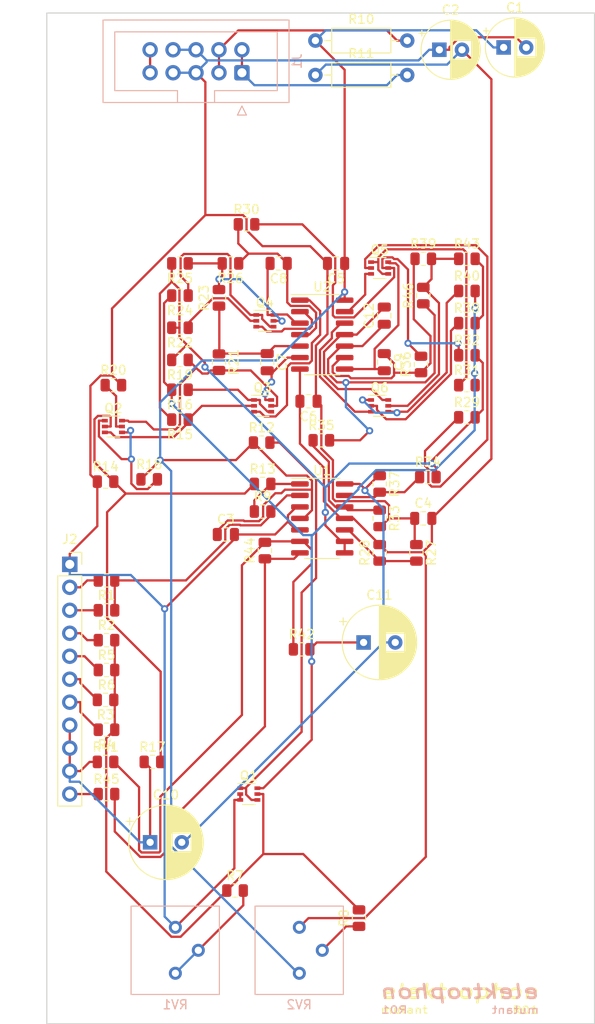
<source format=kicad_pcb>
(kicad_pcb (version 20171130) (host pcbnew 5.1.9)
  (title_block (title mutant) (date 2020-10-25) (rev 01) (comment 1 "PCB for main circuit") (comment 2 "low pass filter") (comment 4 "License CC BY 4.0 - Attribution 4.0 International"))
  (layers (0 F.Cu signal) (31 B.Cu signal) (34 B.Paste user) (35 F.Paste user) (36 B.SilkS user) (37 F.SilkS user) (38 B.Mask user) (39 F.Mask user) (44 Edge.Cuts user))
  (net 0 "")
  (net 1 GND)
  (net 2 -15V)
  (net 3 +15V)
  (net 4 "Net-(C7-Pad2)")
  (net 5 "Net-(C7-Pad1)")
  (net 6 FREQ)
  (net 7 V_OCT)
  (net 8 "Net-(Q5-Pad3)")
  (net 9 "Net-(Q5-Pad2)")
  (net 10 "Net-(Q6-Pad1)")
  (net 11 CV2)
  (net 12 "Net-(C8-Pad2)")
  (net 13 "Net-(C8-Pad1)")
  (net 14 "Net-(C9-Pad2)")
  (net 15 "Net-(C9-Pad1)")
  (net 16 "Net-(C10-Pad2)")
  (net 17 "Net-(C11-Pad1)")
  (net 18 "Net-(C12-Pad2)")
  (net 19 "Net-(C12-Pad1)")
  (net 20 "Net-(Q1-Pad6)")
  (net 21 "Net-(Q1-Pad1)")
  (net 22 "Net-(Q1-Pad5)")
  (net 23 "Net-(Q2-Pad5)")
  (net 24 "Net-(Q2-Pad2)")
  (net 25 "Net-(Q2-Pad3)")
  (net 26 "Net-(Q2-Pad1)")
  (net 27 "Net-(Q4-Pad1)")
  (net 28 "Net-(Q4-Pad2)")
  (net 29 "Net-(Q4-Pad5)")
  (net 30 "Net-(Q4-Pad3)")
  (net 31 "Net-(Q5-Pad1)")
  (net 32 "Net-(Q5-Pad5)")
  (net 33 "Net-(Q6-Pad2)")
  (net 34 "Net-(Q6-Pad5)")
  (net 35 "Net-(Q6-Pad3)")
  (net 36 IN1)
  (net 37 "Net-(R1-Pad1)")
  (net 38 IN2)
  (net 39 CV1)
  (net 40 "Net-(R7-Pad2)")
  (net 41 "Net-(R8-Pad1)")
  (net 42 "Net-(R13-Pad2)")
  (net 43 OUT)
  (net 44 "Net-(Q2-Pad6)")
  (net 45 "Net-(Q3-Pad1)")
  (net 46 "Net-(Q3-Pad3)")
  (net 47 RES_A)
  (net 48 +5V)
  (net 49 VP)
  (net 50 VN)
  (net 51 "Net-(R15-Pad2)")
  (net 52 "Net-(R27-Pad2)")
  (net 53 "Net-(R33-Pad1)")
  (net 54 "Net-(R34-Pad1)")
  (net 55 "Net-(R41-Pad2)")
  (net 56 "Net-(R44-Pad1)")
  (module Package_TO_SOT_SMD:SOT-363_SC-70-6 (layer F.Cu) (at 32.766 71.12)
    (fp_text reference Q2 (at 0 -2) (layer F.SilkS))
    (fp_text value MMDT3906)
    (pad 6 smd rect (at 0.95 -0.65) (size 0.65 0.4) (layers F.Cu F.Paste F.Mask) (net 44 "Net-(Q2-Pad6)"))
    (pad 4 smd rect (at 0.95 0.65) (size 0.65 0.4) (layers F.Cu F.Paste F.Mask) (net 26 "Net-(Q2-Pad1)"))
    (pad 2 smd rect (at -0.95 0) (size 0.65 0.4) (layers F.Cu F.Paste F.Mask) (net 24 "Net-(Q2-Pad2)"))
    (pad 5 smd rect (at 0.95 0) (size 0.65 0.4) (layers F.Cu F.Paste F.Mask) (net 23 "Net-(Q2-Pad5)"))
    (pad 3 smd rect (at -0.95 0.65) (size 0.65 0.4) (layers F.Cu F.Paste F.Mask) (net 25 "Net-(Q2-Pad3)"))
    (pad 1 smd rect (at -0.95 -0.65) (size 0.65 0.4) (layers F.Cu F.Paste F.Mask) (net 26 "Net-(Q2-Pad1)"))
  )
  (module Connector_PinSocket_2.54mm:PinSocket_1x11_P2.54mm_Vertical (layer F.Cu) (at 27.94 86.36)
    (fp_text reference J2 (at 0 -2.77) (layer F.SilkS))
    (fp_text value Conn_01x11_Female)
    (pad 11 thru_hole oval (at 0 25.4) (size 1.7 1.7) (drill 1) (layers *.Cu *.Mask) (net 43 OUT))
    (pad 10 thru_hole oval (at 0 22.86) (size 1.7 1.7) (drill 1) (layers *.Cu *.Mask) (net 47 RES_A))
    (pad 9 thru_hole oval (at 0 20.32) (size 1.7 1.7) (drill 1) (layers *.Cu *.Mask) (net 47 RES_A))
    (pad 8 thru_hole oval (at 0 17.78) (size 1.7 1.7) (drill 1) (layers *.Cu *.Mask) (net 47 RES_A))
    (pad 7 thru_hole oval (at 0 15.24) (size 1.7 1.7) (drill 1) (layers *.Cu *.Mask) (net 7 V_OCT))
    (pad 6 thru_hole oval (at 0 12.7) (size 1.7 1.7) (drill 1) (layers *.Cu *.Mask) (net 6 FREQ))
    (pad 5 thru_hole oval (at 0 10.16) (size 1.7 1.7) (drill 1) (layers *.Cu *.Mask) (net 11 CV2))
    (pad 4 thru_hole oval (at 0 7.62) (size 1.7 1.7) (drill 1) (layers *.Cu *.Mask) (net 39 CV1))
    (pad 3 thru_hole oval (at 0 5.08) (size 1.7 1.7) (drill 1) (layers *.Cu *.Mask) (net 38 IN2))
    (pad 2 thru_hole oval (at 0 2.54) (size 1.7 1.7) (drill 1) (layers *.Cu *.Mask) (net 36 IN1))
    (pad 1 thru_hole rect (at 0 0) (size 1.7 1.7) (drill 1) (layers *.Cu *.Mask) (net 1 GND))
  )
  (module Capacitor_SMD:C_0805_2012Metric (layer F.Cu) (at 54.356 68.326 180)
    (fp_text reference C6 (at 0 -1.68) (layer F.SilkS))
    (fp_text value 0.1u)
    (pad 2 smd roundrect (at 0.95 0 180) (size 1 1.45) (layers F.Cu F.Paste F.Mask) (net 2 -15V))
    (pad 1 smd roundrect (at -0.95 0 180) (size 1 1.45) (layers F.Cu F.Paste F.Mask) (net 1 GND))
  )
  (module Capacitor_SMD:C_0805_2012Metric (layer F.Cu) (at 57.404 53.086 180)
    (fp_text reference C5 (at 0 -1.68) (layer F.SilkS))
    (fp_text value 0.1u)
    (pad 2 smd roundrect (at 0.95 0 180) (size 1 1.45) (layers F.Cu F.Paste F.Mask) (net 1 GND))
    (pad 1 smd roundrect (at -0.95 0 180) (size 1 1.45) (layers F.Cu F.Paste F.Mask) (net 3 +15V))
  )
  (module Capacitor_SMD:C_0805_2012Metric (layer F.Cu) (at 67.056 81.28)
    (fp_text reference C4 (at 0 -1.68) (layer F.SilkS))
    (fp_text value 0.1u)
    (pad 2 smd roundrect (at 0.95 0) (size 1 1.45) (layers F.Cu F.Paste F.Mask) (net 2 -15V))
    (pad 1 smd roundrect (at -0.95 0) (size 1 1.45) (layers F.Cu F.Paste F.Mask) (net 1 GND))
  )
  (module Capacitor_SMD:C_0805_2012Metric (layer F.Cu) (at 45.212 83.058)
    (fp_text reference C3 (at 0 -1.68) (layer F.SilkS))
    (fp_text value 0.1u)
    (pad 2 smd roundrect (at 0.95 0) (size 1 1.45) (layers F.Cu F.Paste F.Mask) (net 1 GND))
    (pad 1 smd roundrect (at -0.95 0) (size 1 1.45) (layers F.Cu F.Paste F.Mask) (net 3 +15V))
  )
  (module Resistor_THT:R_Axial_DIN0207_L6.3mm_D2.5mm_P10.16mm_Horizontal (layer F.Cu) (at 55.118 32.258)
    (fp_text reference R11 (at 5.08 -2.37) (layer F.SilkS))
    (fp_text value 10)
    (pad 2 thru_hole oval (at 10.16 0) (size 1.6 1.6) (drill 0.8) (layers *.Cu *.Mask) (net 50 VN))
    (pad 1 thru_hole circle (at 0 0) (size 1.6 1.6) (drill 0.8) (layers *.Cu *.Mask) (net 2 -15V))
  )
  (module Resistor_THT:R_Axial_DIN0207_L6.3mm_D2.5mm_P10.16mm_Horizontal (layer F.Cu) (at 55.118 28.448)
    (fp_text reference R10 (at 5.08 -2.37) (layer F.SilkS))
    (fp_text value 10)
    (pad 2 thru_hole oval (at 10.16 0) (size 1.6 1.6) (drill 0.8) (layers *.Cu *.Mask) (net 49 VP))
    (pad 1 thru_hole circle (at 0 0) (size 1.6 1.6) (drill 0.8) (layers *.Cu *.Mask) (net 3 +15V))
  )
  (module Connector_IDC:IDC-Header_2x05_P2.54mm_Vertical (layer B.Cu) (at 46.99 32.004 90)
    (fp_text reference J1 (at 1.27 6.1 90) (layer B.SilkS) (effects (justify mirror)))
    (fp_text value "IDC Header")
    (pad 10 thru_hole circle (at 2.54 -10.16 90) (size 1.7 1.7) (drill 1) (layers *.Cu *.Mask) (net 48 +5V))
    (pad 8 thru_hole circle (at 2.54 -7.62 90) (size 1.7 1.7) (drill 1) (layers *.Cu *.Mask) (net 1 GND))
    (pad 6 thru_hole circle (at 2.54 -5.08 90) (size 1.7 1.7) (drill 1) (layers *.Cu *.Mask) (net 1 GND))
    (pad 4 thru_hole circle (at 2.54 -2.54 90) (size 1.7 1.7) (drill 1) (layers *.Cu *.Mask) (net 49 VP))
    (pad 2 thru_hole circle (at 2.54 0 90) (size 1.7 1.7) (drill 1) (layers *.Cu *.Mask) (net 50 VN))
    (pad 9 thru_hole circle (at 0 -10.16 90) (size 1.7 1.7) (drill 1) (layers *.Cu *.Mask) (net 48 +5V))
    (pad 7 thru_hole circle (at 0 -7.62 90) (size 1.7 1.7) (drill 1) (layers *.Cu *.Mask) (net 1 GND))
    (pad 5 thru_hole circle (at 0 -5.08 90) (size 1.7 1.7) (drill 1) (layers *.Cu *.Mask) (net 1 GND))
    (pad 3 thru_hole circle (at 0 -2.54 90) (size 1.7 1.7) (drill 1) (layers *.Cu *.Mask) (net 49 VP))
    (pad 1 thru_hole roundrect (at 0 0 90) (size 1.7 1.7) (drill 1) (layers *.Cu *.Mask) (roundrect_rratio 0.147059) (net 50 VN))
  )
  (module Capacitor_THT:CP_Radial_D6.3mm_P2.50mm (layer F.Cu) (at 68.834 29.464)
    (fp_text reference C2 (at 1.25 -4.4) (layer F.SilkS))
    (fp_text value 22u)
    (pad 2 thru_hole circle (at 2.5 0) (size 1.6 1.6) (drill 0.8) (layers *.Cu *.Mask) (net 2 -15V))
    (pad 1 thru_hole rect (at 0 0) (size 1.6 1.6) (drill 0.8) (layers *.Cu *.Mask) (net 1 GND))
  )
  (module Capacitor_THT:CP_Radial_D6.3mm_P2.50mm (layer F.Cu) (at 75.946 29.21)
    (fp_text reference C1 (at 1.25 -4.4) (layer F.SilkS))
    (fp_text value 22u)
    (pad 2 thru_hole circle (at 2.5 0) (size 1.6 1.6) (drill 0.8) (layers *.Cu *.Mask) (net 1 GND))
    (pad 1 thru_hole rect (at 0 0) (size 1.6 1.6) (drill 0.8) (layers *.Cu *.Mask) (net 3 +15V))
  )
  (module Package_SO:SOIC-14_3.9x8.7mm_P1.27mm (layer F.Cu) (at 55.88 60.96)
    (fp_text reference U2 (at 0 -5.28) (layer F.SilkS))
    (fp_text value LM3900)
    (pad 14 smd roundrect (at 2.475 -3.81) (size 1.95 0.6) (layers F.Cu F.Paste F.Mask) (net 3 +15V))
    (pad 13 smd roundrect (at 2.475 -2.54) (size 1.95 0.6) (layers F.Cu F.Paste F.Mask) (net 8 "Net-(Q5-Pad3)"))
    (pad 12 smd roundrect (at 2.475 -1.27) (size 1.95 0.6) (layers F.Cu F.Paste F.Mask) (net 35 "Net-(Q6-Pad3)"))
    (pad 11 smd roundrect (at 2.475 0) (size 1.95 0.6) (layers F.Cu F.Paste F.Mask) (net 18 "Net-(C12-Pad2)"))
    (pad 10 smd roundrect (at 2.475 1.27) (size 1.95 0.6) (layers F.Cu F.Paste F.Mask) (net 19 "Net-(C12-Pad1)"))
    (pad 9 smd roundrect (at 2.475 2.54) (size 1.95 0.6) (layers F.Cu F.Paste F.Mask) (net 15 "Net-(C9-Pad1)"))
    (pad 8 smd roundrect (at 2.475 3.81) (size 1.95 0.6) (layers F.Cu F.Paste F.Mask) (net 14 "Net-(C9-Pad2)"))
    (pad 7 smd roundrect (at -2.475 3.81) (size 1.95 0.6) (layers F.Cu F.Paste F.Mask) (net 2 -15V))
    (pad 6 smd roundrect (at -2.475 2.54) (size 1.95 0.6) (layers F.Cu F.Paste F.Mask) (net 4 "Net-(C7-Pad2)"))
    (pad 5 smd roundrect (at -2.475 1.27) (size 1.95 0.6) (layers F.Cu F.Paste F.Mask) (net 5 "Net-(C7-Pad1)"))
    (pad 4 smd roundrect (at -2.475 0) (size 1.95 0.6) (layers F.Cu F.Paste F.Mask) (net 13 "Net-(C8-Pad1)"))
    (pad 3 smd roundrect (at -2.475 -1.27) (size 1.95 0.6) (layers F.Cu F.Paste F.Mask) (net 12 "Net-(C8-Pad2)"))
    (pad 2 smd roundrect (at -2.475 -2.54) (size 1.95 0.6) (layers F.Cu F.Paste F.Mask) (net 30 "Net-(Q4-Pad3)"))
    (pad 1 smd roundrect (at -2.475 -3.81) (size 1.95 0.6) (layers F.Cu F.Paste F.Mask) (net 46 "Net-(Q3-Pad3)"))
  )
  (module Potentiometer_THT:Potentiometer_Bourns_3386P_Vertical (layer B.Cu) (at 53.34 126.492)
    (fp_text reference RV2 (at -0.015 8.555) (layer B.SilkS) (effects (justify mirror)))
    (fp_text value 47k)
    (pad 1 thru_hole circle (at 0 0) (size 1.44 1.44) (drill 0.8) (layers *.Cu *.Mask) (net 2 -15V))
    (pad 2 thru_hole circle (at 2.54 2.54) (size 1.44 1.44) (drill 0.8) (layers *.Cu *.Mask) (net 41 "Net-(R8-Pad1)"))
    (pad 3 thru_hole circle (at 0 5.08) (size 1.44 1.44) (drill 0.8) (layers *.Cu *.Mask) (net 3 +15V))
  )
  (module Potentiometer_THT:Potentiometer_Bourns_3386P_Vertical (layer B.Cu) (at 39.624 126.492)
    (fp_text reference RV1 (at -0.015 8.555) (layer B.SilkS) (effects (justify mirror)))
    (fp_text value 2.2k)
    (pad 1 thru_hole circle (at 0 0) (size 1.44 1.44) (drill 0.8) (layers *.Cu *.Mask) (net 1 GND))
    (pad 2 thru_hole circle (at 2.54 2.54) (size 1.44 1.44) (drill 0.8) (layers *.Cu *.Mask) (net 40 "Net-(R7-Pad2)"))
    (pad 3 thru_hole circle (at 0 5.08) (size 1.44 1.44) (drill 0.8) (layers *.Cu *.Mask) (net 40 "Net-(R7-Pad2)"))
  )
  (module Package_SO:SOIC-14_3.9x8.7mm_P1.27mm (layer F.Cu) (at 55.88 81.28)
    (fp_text reference U1 (at 0 -5.28) (layer F.SilkS))
    (fp_text value TL074)
    (pad 14 smd roundrect (at 2.475 -3.81) (size 1.95 0.6) (layers F.Cu F.Paste F.Mask) (net 16 "Net-(C10-Pad2)"))
    (pad 13 smd roundrect (at 2.475 -2.54) (size 1.95 0.6) (layers F.Cu F.Paste F.Mask) (net 54 "Net-(R34-Pad1)"))
    (pad 12 smd roundrect (at 2.475 -1.27) (size 1.95 0.6) (layers F.Cu F.Paste F.Mask) (net 53 "Net-(R33-Pad1)"))
    (pad 11 smd roundrect (at 2.475 0) (size 1.95 0.6) (layers F.Cu F.Paste F.Mask) (net 2 -15V))
    (pad 10 smd roundrect (at 2.475 1.27) (size 1.95 0.6) (layers F.Cu F.Paste F.Mask) (net 52 "Net-(R27-Pad2)"))
    (pad 9 smd roundrect (at 2.475 2.54) (size 1.95 0.6) (layers F.Cu F.Paste F.Mask) (net 51 "Net-(R15-Pad2)"))
    (pad 8 smd roundrect (at 2.475 3.81) (size 1.95 0.6) (layers F.Cu F.Paste F.Mask) (net 51 "Net-(R15-Pad2)"))
    (pad 7 smd roundrect (at -2.475 3.81) (size 1.95 0.6) (layers F.Cu F.Paste F.Mask) (net 56 "Net-(R44-Pad1)"))
    (pad 6 smd roundrect (at -2.475 2.54) (size 1.95 0.6) (layers F.Cu F.Paste F.Mask) (net 55 "Net-(R41-Pad2)"))
    (pad 5 smd roundrect (at -2.475 1.27) (size 1.95 0.6) (layers F.Cu F.Paste F.Mask) (net 1 GND))
    (pad 4 smd roundrect (at -2.475 0) (size 1.95 0.6) (layers F.Cu F.Paste F.Mask) (net 3 +15V))
    (pad 3 smd roundrect (at -2.475 -1.27) (size 1.95 0.6) (layers F.Cu F.Paste F.Mask) (net 1 GND))
    (pad 2 smd roundrect (at -2.475 -2.54) (size 1.95 0.6) (layers F.Cu F.Paste F.Mask) (net 37 "Net-(R1-Pad1)"))
    (pad 1 smd roundrect (at -2.475 -3.81) (size 1.95 0.6) (layers F.Cu F.Paste F.Mask) (net 42 "Net-(R13-Pad2)"))
  )
  (module Resistor_SMD:R_0805_2012Metric (layer F.Cu) (at 67.056 56.642 90)
    (fp_text reference R46 (at 0 -1.65 90) (layer F.SilkS))
    (fp_text value 10k)
    (pad 2 smd roundrect (at 0.9125 0 90) (size 1.025 1.4) (layers F.Cu F.Paste F.Mask) (roundrect_rratio 0.243902) (net 34 "Net-(Q6-Pad5)"))
    (pad 1 smd roundrect (at -0.9125 0 90) (size 1.025 1.4) (layers F.Cu F.Paste F.Mask) (roundrect_rratio 0.243902) (net 19 "Net-(C12-Pad1)"))
  )
  (module Resistor_SMD:R_0805_2012Metric (layer F.Cu) (at 32.004 111.76)
    (fp_text reference R45 (at 0 -1.65) (layer F.SilkS))
    (fp_text value 1k)
    (pad 2 smd roundrect (at 0.9125 0) (size 1.025 1.4) (layers F.Cu F.Paste F.Mask) (roundrect_rratio 0.243902) (net 56 "Net-(R44-Pad1)"))
    (pad 1 smd roundrect (at -0.9125 0) (size 1.025 1.4) (layers F.Cu F.Paste F.Mask) (roundrect_rratio 0.243902) (net 43 OUT))
  )
  (module Resistor_SMD:R_0805_2012Metric (layer F.Cu) (at 49.53 84.836 90)
    (fp_text reference R44 (at 0 -1.65 90) (layer F.SilkS))
    (fp_text value 56k)
    (pad 2 smd roundrect (at 0.9125 0 90) (size 1.025 1.4) (layers F.Cu F.Paste F.Mask) (roundrect_rratio 0.243902) (net 55 "Net-(R41-Pad2)"))
    (pad 1 smd roundrect (at -0.9125 0 90) (size 1.025 1.4) (layers F.Cu F.Paste F.Mask) (roundrect_rratio 0.243902) (net 56 "Net-(R44-Pad1)"))
  )
  (module Resistor_SMD:R_0805_2012Metric (layer F.Cu) (at 71.882 52.578)
    (fp_text reference R43 (at 0 -1.65) (layer F.SilkS))
    (fp_text value 220)
    (pad 2 smd roundrect (at 0.9125 0) (size 1.025 1.4) (layers F.Cu F.Paste F.Mask) (roundrect_rratio 0.243902) (net 51 "Net-(R15-Pad2)"))
    (pad 1 smd roundrect (at -0.9125 0) (size 1.025 1.4) (layers F.Cu F.Paste F.Mask) (roundrect_rratio 0.243902) (net 34 "Net-(Q6-Pad5)"))
  )
  (module Resistor_SMD:R_0805_2012Metric (layer F.Cu) (at 53.594 95.758)
    (fp_text reference R42 (at 0 -1.65) (layer F.SilkS))
    (fp_text value 56k)
    (pad 2 smd roundrect (at 0.9125 0) (size 1.025 1.4) (layers F.Cu F.Paste F.Mask) (roundrect_rratio 0.243902) (net 17 "Net-(C11-Pad1)"))
    (pad 1 smd roundrect (at -0.9125 0) (size 1.025 1.4) (layers F.Cu F.Paste F.Mask) (roundrect_rratio 0.243902) (net 55 "Net-(R41-Pad2)"))
  )
  (module Resistor_SMD:R_0805_2012Metric (layer F.Cu) (at 31.9005 108.204)
    (fp_text reference R41 (at 0 -1.65) (layer F.SilkS))
    (fp_text value 22k)
    (pad 2 smd roundrect (at 0.9125 0) (size 1.025 1.4) (layers F.Cu F.Paste F.Mask) (roundrect_rratio 0.243902) (net 55 "Net-(R41-Pad2)"))
    (pad 1 smd roundrect (at -0.9125 0) (size 1.025 1.4) (layers F.Cu F.Paste F.Mask) (roundrect_rratio 0.243902) (net 47 RES_A))
  )
  (module Resistor_SMD:R_0805_2012Metric (layer F.Cu) (at 71.882 56.134)
    (fp_text reference R40 (at 0 -1.65) (layer F.SilkS))
    (fp_text value 1k)
    (pad 2 smd roundrect (at 0.9125 0) (size 1.025 1.4) (layers F.Cu F.Paste F.Mask) (roundrect_rratio 0.243902) (net 20 "Net-(Q1-Pad6)"))
    (pad 1 smd roundrect (at -0.9125 0) (size 1.025 1.4) (layers F.Cu F.Paste F.Mask) (roundrect_rratio 0.243902) (net 10 "Net-(Q6-Pad1)"))
  )
  (module Resistor_SMD:R_0805_2012Metric (layer F.Cu) (at 67.056 52.578)
    (fp_text reference R39 (at 0 -1.65) (layer F.SilkS))
    (fp_text value 10k)
    (pad 2 smd roundrect (at 0.9125 0) (size 1.025 1.4) (layers F.Cu F.Paste F.Mask) (roundrect_rratio 0.243902) (net 34 "Net-(Q6-Pad5)"))
    (pad 1 smd roundrect (at -0.9125 0) (size 1.025 1.4) (layers F.Cu F.Paste F.Mask) (roundrect_rratio 0.243902) (net 15 "Net-(C9-Pad1)"))
  )
  (module Resistor_SMD:R_0805_2012Metric (layer F.Cu) (at 71.882 59.69)
    (fp_text reference R38 (at 0 -1.65) (layer F.SilkS))
    (fp_text value 220)
    (pad 2 smd roundrect (at 0.9125 0) (size 1.025 1.4) (layers F.Cu F.Paste F.Mask) (roundrect_rratio 0.243902) (net 51 "Net-(R15-Pad2)"))
    (pad 1 smd roundrect (at -0.9125 0) (size 1.025 1.4) (layers F.Cu F.Paste F.Mask) (roundrect_rratio 0.243902) (net 33 "Net-(Q6-Pad2)"))
  )
  (module Resistor_SMD:R_0805_2012Metric (layer F.Cu) (at 62.23 77.47 270)
    (fp_text reference R37 (at 0 -1.65 90) (layer F.SilkS))
    (fp_text value 10k)
    (pad 2 smd roundrect (at 0.9125 0 270) (size 1.025 1.4) (layers F.Cu F.Paste F.Mask) (roundrect_rratio 0.243902) (net 54 "Net-(R34-Pad1)"))
    (pad 1 smd roundrect (at -0.9125 0 270) (size 1.025 1.4) (layers F.Cu F.Paste F.Mask) (roundrect_rratio 0.243902) (net 16 "Net-(C10-Pad2)"))
  )
  (module Resistor_SMD:R_0805_2012Metric (layer F.Cu) (at 66.802 64.262 90)
    (fp_text reference R36 (at 0 -1.65 90) (layer F.SilkS))
    (fp_text value 10k)
    (pad 2 smd roundrect (at 0.9125 0 90) (size 1.025 1.4) (layers F.Cu F.Paste F.Mask) (roundrect_rratio 0.243902) (net 32 "Net-(Q5-Pad5)"))
    (pad 1 smd roundrect (at -0.9125 0 90) (size 1.025 1.4) (layers F.Cu F.Paste F.Mask) (roundrect_rratio 0.243902) (net 15 "Net-(C9-Pad1)"))
  )
  (module Resistor_SMD:R_0805_2012Metric (layer F.Cu) (at 55.7765 72.644)
    (fp_text reference R35 (at 0 -1.65) (layer F.SilkS))
    (fp_text value 10k)
    (pad 2 smd roundrect (at 0.9125 0) (size 1.025 1.4) (layers F.Cu F.Paste F.Mask) (roundrect_rratio 0.243902) (net 19 "Net-(C12-Pad1)"))
    (pad 1 smd roundrect (at -0.9125 0) (size 1.025 1.4) (layers F.Cu F.Paste F.Mask) (roundrect_rratio 0.243902) (net 53 "Net-(R33-Pad1)"))
  )
  (module Resistor_SMD:R_0805_2012Metric (layer F.Cu) (at 67.564 76.708)
    (fp_text reference R34 (at 0 -1.65) (layer F.SilkS))
    (fp_text value 10k)
    (pad 2 smd roundrect (at 0.9125 0) (size 1.025 1.4) (layers F.Cu F.Paste F.Mask) (roundrect_rratio 0.243902) (net 51 "Net-(R15-Pad2)"))
    (pad 1 smd roundrect (at -0.9125 0) (size 1.025 1.4) (layers F.Cu F.Paste F.Mask) (roundrect_rratio 0.243902) (net 54 "Net-(R34-Pad1)"))
  )
  (module Resistor_SMD:R_0805_2012Metric (layer F.Cu) (at 62.23 81.28 270)
    (fp_text reference R33 (at 0 -1.65 90) (layer F.SilkS))
    (fp_text value 100k)
    (pad 2 smd roundrect (at 0.9125 0 270) (size 1.025 1.4) (layers F.Cu F.Paste F.Mask) (roundrect_rratio 0.243902) (net 1 GND))
    (pad 1 smd roundrect (at -0.9125 0 270) (size 1.025 1.4) (layers F.Cu F.Paste F.Mask) (roundrect_rratio 0.243902) (net 53 "Net-(R33-Pad1)"))
  )
  (module Resistor_SMD:R_0805_2012Metric (layer F.Cu) (at 71.882 63.246)
    (fp_text reference R32 (at 0 -1.65) (layer F.SilkS))
    (fp_text value 220)
    (pad 2 smd roundrect (at 0.9125 0) (size 1.025 1.4) (layers F.Cu F.Paste F.Mask) (roundrect_rratio 0.243902) (net 51 "Net-(R15-Pad2)"))
    (pad 1 smd roundrect (at -0.9125 0) (size 1.025 1.4) (layers F.Cu F.Paste F.Mask) (roundrect_rratio 0.243902) (net 32 "Net-(Q5-Pad5)"))
  )
  (module Resistor_SMD:R_0805_2012Metric (layer F.Cu) (at 71.882 66.548)
    (fp_text reference R31 (at 0 -1.65) (layer F.SilkS))
    (fp_text value 1k)
    (pad 2 smd roundrect (at 0.9125 0) (size 1.025 1.4) (layers F.Cu F.Paste F.Mask) (roundrect_rratio 0.243902) (net 20 "Net-(Q1-Pad6)"))
    (pad 1 smd roundrect (at -0.9125 0) (size 1.025 1.4) (layers F.Cu F.Paste F.Mask) (roundrect_rratio 0.243902) (net 31 "Net-(Q5-Pad1)"))
  )
  (module Resistor_SMD:R_0805_2012Metric (layer F.Cu) (at 47.498 48.768)
    (fp_text reference R30 (at 0 -1.65) (layer F.SilkS))
    (fp_text value 10k)
    (pad 2 smd roundrect (at 0.9125 0) (size 1.025 1.4) (layers F.Cu F.Paste F.Mask) (roundrect_rratio 0.243902) (net 32 "Net-(Q5-Pad5)"))
    (pad 1 smd roundrect (at -0.9125 0) (size 1.025 1.4) (layers F.Cu F.Paste F.Mask) (roundrect_rratio 0.243902) (net 13 "Net-(C8-Pad1)"))
  )
  (module Resistor_SMD:R_0805_2012Metric (layer F.Cu) (at 71.882 70.104)
    (fp_text reference R29 (at 0 -1.65) (layer F.SilkS))
    (fp_text value 220)
    (pad 2 smd roundrect (at 0.9125 0) (size 1.025 1.4) (layers F.Cu F.Paste F.Mask) (roundrect_rratio 0.243902) (net 51 "Net-(R15-Pad2)"))
    (pad 1 smd roundrect (at -0.9125 0) (size 1.025 1.4) (layers F.Cu F.Paste F.Mask) (roundrect_rratio 0.243902) (net 9 "Net-(Q5-Pad2)"))
  )
  (module Resistor_SMD:R_0805_2012Metric (layer F.Cu) (at 62.23 85.09 90)
    (fp_text reference R28 (at 0 -1.65 90) (layer F.SilkS))
    (fp_text value 10k)
    (pad 2 smd roundrect (at 0.9125 0 90) (size 1.025 1.4) (layers F.Cu F.Paste F.Mask) (roundrect_rratio 0.243902) (net 2 -15V))
    (pad 1 smd roundrect (at -0.9125 0 90) (size 1.025 1.4) (layers F.Cu F.Paste F.Mask) (roundrect_rratio 0.243902) (net 52 "Net-(R27-Pad2)"))
  )
  (module Resistor_SMD:R_0805_2012Metric (layer F.Cu) (at 66.294 85.09 270)
    (fp_text reference R27 (at 0 -1.65 90) (layer F.SilkS))
    (fp_text value 10k)
    (pad 2 smd roundrect (at 0.9125 0 270) (size 1.025 1.4) (layers F.Cu F.Paste F.Mask) (roundrect_rratio 0.243902) (net 52 "Net-(R27-Pad2)"))
    (pad 1 smd roundrect (at -0.9125 0 270) (size 1.025 1.4) (layers F.Cu F.Paste F.Mask) (roundrect_rratio 0.243902) (net 1 GND))
  )
  (module Resistor_SMD:R_0805_2012Metric (layer F.Cu) (at 45.72 53.086 180)
    (fp_text reference R26 (at 0 -1.65) (layer F.SilkS))
    (fp_text value 10k)
    (pad 2 smd roundrect (at 0.9125 0 180) (size 1.025 1.4) (layers F.Cu F.Paste F.Mask) (roundrect_rratio 0.243902) (net 29 "Net-(Q4-Pad5)"))
    (pad 1 smd roundrect (at -0.9125 0 180) (size 1.025 1.4) (layers F.Cu F.Paste F.Mask) (roundrect_rratio 0.243902) (net 13 "Net-(C8-Pad1)"))
  )
  (module Resistor_SMD:R_0805_2012Metric (layer F.Cu) (at 40.132 53.086 180)
    (fp_text reference R25 (at 0 -1.65) (layer F.SilkS))
    (fp_text value 220)
    (pad 2 smd roundrect (at 0.9125 0 180) (size 1.025 1.4) (layers F.Cu F.Paste F.Mask) (roundrect_rratio 0.243902) (net 51 "Net-(R15-Pad2)"))
    (pad 1 smd roundrect (at -0.9125 0 180) (size 1.025 1.4) (layers F.Cu F.Paste F.Mask) (roundrect_rratio 0.243902) (net 29 "Net-(Q4-Pad5)"))
  )
  (module Resistor_SMD:R_0805_2012Metric (layer F.Cu) (at 40.132 56.642 180)
    (fp_text reference R24 (at 0 -1.65) (layer F.SilkS))
    (fp_text value 1k)
    (pad 2 smd roundrect (at 0.9125 0 180) (size 1.025 1.4) (layers F.Cu F.Paste F.Mask) (roundrect_rratio 0.243902) (net 20 "Net-(Q1-Pad6)"))
    (pad 1 smd roundrect (at -0.9125 0 180) (size 1.025 1.4) (layers F.Cu F.Paste F.Mask) (roundrect_rratio 0.243902) (net 27 "Net-(Q4-Pad1)"))
  )
  (module Resistor_SMD:R_0805_2012Metric (layer F.Cu) (at 44.45 56.896 90)
    (fp_text reference R23 (at 0 -1.65 90) (layer F.SilkS))
    (fp_text value 10k)
    (pad 2 smd roundrect (at 0.9125 0 90) (size 1.025 1.4) (layers F.Cu F.Paste F.Mask) (roundrect_rratio 0.243902) (net 29 "Net-(Q4-Pad5)"))
    (pad 1 smd roundrect (at -0.9125 0 90) (size 1.025 1.4) (layers F.Cu F.Paste F.Mask) (roundrect_rratio 0.243902) (net 5 "Net-(C7-Pad1)"))
  )
  (module Resistor_SMD:R_0805_2012Metric (layer F.Cu) (at 40.132 60.198 180)
    (fp_text reference R22 (at 0 -1.65) (layer F.SilkS))
    (fp_text value 220)
    (pad 2 smd roundrect (at 0.9125 0 180) (size 1.025 1.4) (layers F.Cu F.Paste F.Mask) (roundrect_rratio 0.243902) (net 51 "Net-(R15-Pad2)"))
    (pad 1 smd roundrect (at -0.9125 0 180) (size 1.025 1.4) (layers F.Cu F.Paste F.Mask) (roundrect_rratio 0.243902) (net 28 "Net-(Q4-Pad2)"))
  )
  (module Resistor_SMD:R_0805_2012Metric (layer F.Cu) (at 44.45 64.008 270)
    (fp_text reference R21 (at 0 -1.65 90) (layer F.SilkS))
    (fp_text value 10k)
    (pad 2 smd roundrect (at 0.9125 0 270) (size 1.025 1.4) (layers F.Cu F.Paste F.Mask) (roundrect_rratio 0.243902) (net 44 "Net-(Q2-Pad6)"))
    (pad 1 smd roundrect (at -0.9125 0 270) (size 1.025 1.4) (layers F.Cu F.Paste F.Mask) (roundrect_rratio 0.243902) (net 5 "Net-(C7-Pad1)"))
  )
  (module Resistor_SMD:R_0805_2012Metric (layer F.Cu) (at 32.766 66.548)
    (fp_text reference R20 (at 0 -1.65) (layer F.SilkS))
    (fp_text value 220)
    (pad 2 smd roundrect (at 0.9125 0) (size 1.025 1.4) (layers F.Cu F.Paste F.Mask) (roundrect_rratio 0.243902) (net 1 GND))
    (pad 1 smd roundrect (at -0.9125 0) (size 1.025 1.4) (layers F.Cu F.Paste F.Mask) (roundrect_rratio 0.243902) (net 23 "Net-(Q2-Pad5)"))
  )
  (module Resistor_SMD:R_0805_2012Metric (layer F.Cu) (at 40.132 63.754 180)
    (fp_text reference R19 (at 0 -1.65) (layer F.SilkS))
    (fp_text value 220)
    (pad 2 smd roundrect (at 0.9125 0 180) (size 1.025 1.4) (layers F.Cu F.Paste F.Mask) (roundrect_rratio 0.243902) (net 51 "Net-(R15-Pad2)"))
    (pad 1 smd roundrect (at -0.9125 0 180) (size 1.025 1.4) (layers F.Cu F.Paste F.Mask) (roundrect_rratio 0.243902) (net 44 "Net-(Q2-Pad6)"))
  )
  (module Resistor_SMD:R_0805_2012Metric (layer F.Cu) (at 36.7265 76.962)
    (fp_text reference R18 (at 0 -1.65) (layer F.SilkS))
    (fp_text value 33k)
    (pad 2 smd roundrect (at 0.9125 0) (size 1.025 1.4) (layers F.Cu F.Paste F.Mask) (roundrect_rratio 0.243902) (net 26 "Net-(Q2-Pad1)"))
    (pad 1 smd roundrect (at -0.9125 0) (size 1.025 1.4) (layers F.Cu F.Paste F.Mask) (roundrect_rratio 0.243902) (net 3 +15V))
  )
  (module Resistor_SMD:R_0805_2012Metric (layer F.Cu) (at 37.084 108.204)
    (fp_text reference R17 (at 0 -1.65) (layer F.SilkS))
    (fp_text value 15k)
    (pad 2 smd roundrect (at 0.9125 0) (size 1.025 1.4) (layers F.Cu F.Paste F.Mask) (roundrect_rratio 0.243902) (net 24 "Net-(Q2-Pad2)"))
    (pad 1 smd roundrect (at -0.9125 0) (size 1.025 1.4) (layers F.Cu F.Paste F.Mask) (roundrect_rratio 0.243902) (net 47 RES_A))
  )
  (module Resistor_SMD:R_0805_2012Metric (layer F.Cu) (at 40.132 67.056 180)
    (fp_text reference R16 (at 0 -1.65) (layer F.SilkS))
    (fp_text value 1k)
    (pad 2 smd roundrect (at 0.9125 0 180) (size 1.025 1.4) (layers F.Cu F.Paste F.Mask) (roundrect_rratio 0.243902) (net 20 "Net-(Q1-Pad6)"))
    (pad 1 smd roundrect (at -0.9125 0 180) (size 1.025 1.4) (layers F.Cu F.Paste F.Mask) (roundrect_rratio 0.243902) (net 45 "Net-(Q3-Pad1)"))
  )
  (module Resistor_SMD:R_0805_2012Metric (layer F.Cu) (at 40.132 70.358 180)
    (fp_text reference R15 (at 0 -1.65) (layer F.SilkS))
    (fp_text value 220)
    (pad 2 smd roundrect (at 0.9125 0 180) (size 1.025 1.4) (layers F.Cu F.Paste F.Mask) (roundrect_rratio 0.243902) (net 51 "Net-(R15-Pad2)"))
    (pad 1 smd roundrect (at -0.9125 0 180) (size 1.025 1.4) (layers F.Cu F.Paste F.Mask) (roundrect_rratio 0.243902) (net 25 "Net-(Q2-Pad3)"))
  )
  (module Resistor_SMD:R_0805_2012Metric (layer F.Cu) (at 31.9005 77.216)
    (fp_text reference R14 (at 0 -1.65) (layer F.SilkS))
    (fp_text value 1k)
    (pad 2 smd roundrect (at 0.9125 0) (size 1.025 1.4) (layers F.Cu F.Paste F.Mask) (roundrect_rratio 0.243902) (net 24 "Net-(Q2-Pad2)"))
    (pad 1 smd roundrect (at -0.9125 0) (size 1.025 1.4) (layers F.Cu F.Paste F.Mask) (roundrect_rratio 0.243902) (net 1 GND))
  )
  (module Resistor_SMD:R_0805_2012Metric (layer F.Cu) (at 49.276 77.47)
    (fp_text reference R13 (at 0 -1.65) (layer F.SilkS))
    (fp_text value 100k)
    (pad 2 smd roundrect (at 0.9125 0) (size 1.025 1.4) (layers F.Cu F.Paste F.Mask) (roundrect_rratio 0.243902) (net 42 "Net-(R13-Pad2)"))
    (pad 1 smd roundrect (at -0.9125 0) (size 1.025 1.4) (layers F.Cu F.Paste F.Mask) (roundrect_rratio 0.243902) (net 24 "Net-(Q2-Pad2)"))
  )
  (module Resistor_SMD:R_0805_2012Metric (layer F.Cu) (at 49.1725 72.898)
    (fp_text reference R12 (at 0 -1.65) (layer F.SilkS))
    (fp_text value 10k)
    (pad 2 smd roundrect (at 0.9125 0) (size 1.025 1.4) (layers F.Cu F.Paste F.Mask) (roundrect_rratio 0.243902) (net 21 "Net-(Q1-Pad1)"))
    (pad 1 smd roundrect (at -0.9125 0) (size 1.025 1.4) (layers F.Cu F.Paste F.Mask) (roundrect_rratio 0.243902) (net 3 +15V))
  )
  (module Resistor_SMD:R_0805_2012Metric (layer F.Cu) (at 49.276 80.518)
    (fp_text reference R9 (at 0 -1.65) (layer F.SilkS))
    (fp_text value 100k)
    (pad 2 smd roundrect (at 0.9125 0) (size 1.025 1.4) (layers F.Cu F.Paste F.Mask) (roundrect_rratio 0.243902) (net 37 "Net-(R1-Pad1)"))
    (pad 1 smd roundrect (at -0.9125 0) (size 1.025 1.4) (layers F.Cu F.Paste F.Mask) (roundrect_rratio 0.243902) (net 42 "Net-(R13-Pad2)"))
  )
  (module Resistor_SMD:R_0805_2012Metric (layer F.Cu) (at 59.944 125.476 90)
    (fp_text reference R8 (at 0 -1.65 90) (layer F.SilkS))
    (fp_text value 100k)
    (pad 2 smd roundrect (at 0.9125 0 90) (size 1.025 1.4) (layers F.Cu F.Paste F.Mask) (roundrect_rratio 0.243902) (net 22 "Net-(Q1-Pad5)"))
    (pad 1 smd roundrect (at -0.9125 0 90) (size 1.025 1.4) (layers F.Cu F.Paste F.Mask) (roundrect_rratio 0.243902) (net 41 "Net-(R8-Pad1)"))
  )
  (module Resistor_SMD:R_0805_2012Metric (layer F.Cu) (at 46.228 122.428)
    (fp_text reference R7 (at 0 -1.65) (layer F.SilkS))
    (fp_text value 1k)
    (pad 2 smd roundrect (at 0.9125 0) (size 1.025 1.4) (layers F.Cu F.Paste F.Mask) (roundrect_rratio 0.243902) (net 40 "Net-(R7-Pad2)"))
    (pad 1 smd roundrect (at -0.9125 0) (size 1.025 1.4) (layers F.Cu F.Paste F.Mask) (roundrect_rratio 0.243902) (net 22 "Net-(Q1-Pad5)"))
  )
  (module Resistor_SMD:R_0805_2012Metric (layer F.Cu) (at 32.004 98.044 180)
    (fp_text reference R6 (at 0 -1.65) (layer F.SilkS))
    (fp_text value 100k)
    (pad 2 smd roundrect (at 0.9125 0 180) (size 1.025 1.4) (layers F.Cu F.Paste F.Mask) (roundrect_rratio 0.243902) (net 11 CV2))
    (pad 1 smd roundrect (at -0.9125 0 180) (size 1.025 1.4) (layers F.Cu F.Paste F.Mask) (roundrect_rratio 0.243902) (net 22 "Net-(Q1-Pad5)"))
  )
  (module Resistor_SMD:R_0805_2012Metric (layer F.Cu) (at 32.004 94.742 180)
    (fp_text reference R5 (at 0 -1.65) (layer F.SilkS))
    (fp_text value 100k)
    (pad 2 smd roundrect (at 0.9125 0 180) (size 1.025 1.4) (layers F.Cu F.Paste F.Mask) (roundrect_rratio 0.243902) (net 39 CV1))
    (pad 1 smd roundrect (at -0.9125 0 180) (size 1.025 1.4) (layers F.Cu F.Paste F.Mask) (roundrect_rratio 0.243902) (net 22 "Net-(Q1-Pad5)"))
  )
  (module Resistor_SMD:R_0805_2012Metric (layer F.Cu) (at 32.004 104.648 180)
    (fp_text reference R4 (at 0 -1.65) (layer F.SilkS))
    (fp_text value 100k)
    (pad 2 smd roundrect (at 0.9125 0 180) (size 1.025 1.4) (layers F.Cu F.Paste F.Mask) (roundrect_rratio 0.243902) (net 7 V_OCT))
    (pad 1 smd roundrect (at -0.9125 0 180) (size 1.025 1.4) (layers F.Cu F.Paste F.Mask) (roundrect_rratio 0.243902) (net 22 "Net-(Q1-Pad5)"))
  )
  (module Resistor_SMD:R_0805_2012Metric (layer F.Cu) (at 31.9005 101.346 180)
    (fp_text reference R3 (at 0 -1.65) (layer F.SilkS))
    (fp_text value 150k)
    (pad 2 smd roundrect (at 0.9125 0 180) (size 1.025 1.4) (layers F.Cu F.Paste F.Mask) (roundrect_rratio 0.243902) (net 6 FREQ))
    (pad 1 smd roundrect (at -0.9125 0 180) (size 1.025 1.4) (layers F.Cu F.Paste F.Mask) (roundrect_rratio 0.243902) (net 22 "Net-(Q1-Pad5)"))
  )
  (module Resistor_SMD:R_0805_2012Metric (layer F.Cu) (at 32.004 91.44 180)
    (fp_text reference R2 (at 0 -1.65) (layer F.SilkS))
    (fp_text value 100k)
    (pad 2 smd roundrect (at 0.9125 0 180) (size 1.025 1.4) (layers F.Cu F.Paste F.Mask) (roundrect_rratio 0.243902) (net 38 IN2))
    (pad 1 smd roundrect (at -0.9125 0 180) (size 1.025 1.4) (layers F.Cu F.Paste F.Mask) (roundrect_rratio 0.243902) (net 37 "Net-(R1-Pad1)"))
  )
  (module Resistor_SMD:R_0805_2012Metric (layer F.Cu) (at 32.004 88.138 180)
    (fp_text reference R1 (at 0 -1.65) (layer F.SilkS))
    (fp_text value 100k)
    (pad 2 smd roundrect (at 0.9125 0 180) (size 1.025 1.4) (layers F.Cu F.Paste F.Mask) (roundrect_rratio 0.243902) (net 36 IN1))
    (pad 1 smd roundrect (at -0.9125 0 180) (size 1.025 1.4) (layers F.Cu F.Paste F.Mask) (roundrect_rratio 0.243902) (net 37 "Net-(R1-Pad1)"))
  )
  (module Package_TO_SOT_SMD:SOT-363_SC-70-6 (layer F.Cu) (at 62.23 68.834)
    (fp_text reference Q6 (at 0 -2) (layer F.SilkS))
    (fp_text value MMDT3906)
    (pad 6 smd rect (at 0.95 -0.65) (size 0.65 0.4) (layers F.Cu F.Paste F.Mask) (net 18 "Net-(C12-Pad2)"))
    (pad 4 smd rect (at 0.95 0.65) (size 0.65 0.4) (layers F.Cu F.Paste F.Mask) (net 10 "Net-(Q6-Pad1)"))
    (pad 2 smd rect (at -0.95 0) (size 0.65 0.4) (layers F.Cu F.Paste F.Mask) (net 33 "Net-(Q6-Pad2)"))
    (pad 5 smd rect (at 0.95 0) (size 0.65 0.4) (layers F.Cu F.Paste F.Mask) (net 34 "Net-(Q6-Pad5)"))
    (pad 3 smd rect (at -0.95 0.65) (size 0.65 0.4) (layers F.Cu F.Paste F.Mask) (net 35 "Net-(Q6-Pad3)"))
    (pad 1 smd rect (at -0.95 -0.65) (size 0.65 0.4) (layers F.Cu F.Paste F.Mask) (net 10 "Net-(Q6-Pad1)"))
  )
  (module Package_TO_SOT_SMD:SOT-363_SC-70-6 (layer F.Cu) (at 62.23 53.594)
    (fp_text reference Q5 (at 0 -2) (layer F.SilkS))
    (fp_text value MMDT3906)
    (pad 6 smd rect (at 0.95 -0.65) (size 0.65 0.4) (layers F.Cu F.Paste F.Mask) (net 14 "Net-(C9-Pad2)"))
    (pad 4 smd rect (at 0.95 0.65) (size 0.65 0.4) (layers F.Cu F.Paste F.Mask) (net 31 "Net-(Q5-Pad1)"))
    (pad 2 smd rect (at -0.95 0) (size 0.65 0.4) (layers F.Cu F.Paste F.Mask) (net 9 "Net-(Q5-Pad2)"))
    (pad 5 smd rect (at 0.95 0) (size 0.65 0.4) (layers F.Cu F.Paste F.Mask) (net 32 "Net-(Q5-Pad5)"))
    (pad 3 smd rect (at -0.95 0.65) (size 0.65 0.4) (layers F.Cu F.Paste F.Mask) (net 8 "Net-(Q5-Pad3)"))
    (pad 1 smd rect (at -0.95 -0.65) (size 0.65 0.4) (layers F.Cu F.Paste F.Mask) (net 31 "Net-(Q5-Pad1)"))
  )
  (module Package_TO_SOT_SMD:SOT-363_SC-70-6 (layer F.Cu) (at 49.53 59.436)
    (fp_text reference Q4 (at 0 -2) (layer F.SilkS))
    (fp_text value MMDT3906)
    (pad 6 smd rect (at 0.95 -0.65) (size 0.65 0.4) (layers F.Cu F.Paste F.Mask) (net 12 "Net-(C8-Pad2)"))
    (pad 4 smd rect (at 0.95 0.65) (size 0.65 0.4) (layers F.Cu F.Paste F.Mask) (net 27 "Net-(Q4-Pad1)"))
    (pad 2 smd rect (at -0.95 0) (size 0.65 0.4) (layers F.Cu F.Paste F.Mask) (net 28 "Net-(Q4-Pad2)"))
    (pad 5 smd rect (at 0.95 0) (size 0.65 0.4) (layers F.Cu F.Paste F.Mask) (net 29 "Net-(Q4-Pad5)"))
    (pad 3 smd rect (at -0.95 0.65) (size 0.65 0.4) (layers F.Cu F.Paste F.Mask) (net 30 "Net-(Q4-Pad3)"))
    (pad 1 smd rect (at -0.95 -0.65) (size 0.65 0.4) (layers F.Cu F.Paste F.Mask) (net 27 "Net-(Q4-Pad1)"))
  )
  (module Package_TO_SOT_SMD:SOT-363_SC-70-6 (layer F.Cu) (at 49.276 68.834)
    (fp_text reference Q3 (at 0 -2) (layer F.SilkS))
    (fp_text value MMDT3906)
    (pad 6 smd rect (at 0.95 -0.65) (size 0.65 0.4) (layers F.Cu F.Paste F.Mask) (net 4 "Net-(C7-Pad2)"))
    (pad 4 smd rect (at 0.95 0.65) (size 0.65 0.4) (layers F.Cu F.Paste F.Mask) (net 45 "Net-(Q3-Pad1)"))
    (pad 2 smd rect (at -0.95 0) (size 0.65 0.4) (layers F.Cu F.Paste F.Mask) (net 25 "Net-(Q2-Pad3)"))
    (pad 5 smd rect (at 0.95 0) (size 0.65 0.4) (layers F.Cu F.Paste F.Mask) (net 44 "Net-(Q2-Pad6)"))
    (pad 3 smd rect (at -0.95 0.65) (size 0.65 0.4) (layers F.Cu F.Paste F.Mask) (net 46 "Net-(Q3-Pad3)"))
    (pad 1 smd rect (at -0.95 -0.65) (size 0.65 0.4) (layers F.Cu F.Paste F.Mask) (net 45 "Net-(Q3-Pad1)"))
  )
  (module Package_TO_SOT_SMD:SOT-363_SC-70-6 (layer F.Cu) (at 47.752 111.76)
    (fp_text reference Q1 (at 0 -2) (layer F.SilkS))
    (fp_text value MMDT3906)
    (pad 6 smd rect (at 0.95 -0.65) (size 0.65 0.4) (layers F.Cu F.Paste F.Mask) (net 20 "Net-(Q1-Pad6)"))
    (pad 4 smd rect (at 0.95 0.65) (size 0.65 0.4) (layers F.Cu F.Paste F.Mask) (net 21 "Net-(Q1-Pad1)"))
    (pad 2 smd rect (at -0.95 0) (size 0.65 0.4) (layers F.Cu F.Paste F.Mask) (net 1 GND))
    (pad 5 smd rect (at 0.95 0) (size 0.65 0.4) (layers F.Cu F.Paste F.Mask) (net 22 "Net-(Q1-Pad5)"))
    (pad 3 smd rect (at -0.95 0.65) (size 0.65 0.4) (layers F.Cu F.Paste F.Mask) (net 1 GND))
    (pad 1 smd rect (at -0.95 -0.65) (size 0.65 0.4) (layers F.Cu F.Paste F.Mask) (net 21 "Net-(Q1-Pad1)"))
  )
  (module Capacitor_SMD:C_0805_2012Metric (layer F.Cu) (at 62.738 58.862 90)
    (fp_text reference C12 (at 0 -1.68 90) (layer F.SilkS))
    (fp_text value 470p)
    (pad 2 smd roundrect (at 0.95 0 90) (size 1 1.45) (layers F.Cu F.Paste F.Mask) (net 18 "Net-(C12-Pad2)"))
    (pad 1 smd roundrect (at -0.95 0 90) (size 1 1.45) (layers F.Cu F.Paste F.Mask) (net 19 "Net-(C12-Pad1)"))
  )
  (module Capacitor_THT:CP_Radial_D8.0mm_P3.50mm (layer F.Cu) (at 60.452 94.996)
    (fp_text reference C11 (at 1.75 -5.25) (layer F.SilkS))
    (fp_text value 22u)
    (pad 2 thru_hole circle (at 3.5 0) (size 1.6 1.6) (drill 0.8) (layers *.Cu *.Mask) (net 16 "Net-(C10-Pad2)"))
    (pad 1 thru_hole rect (at 0 0) (size 1.6 1.6) (drill 0.8) (layers *.Cu *.Mask) (net 17 "Net-(C11-Pad1)"))
  )
  (module Capacitor_THT:CP_Radial_D8.0mm_P3.50mm (layer F.Cu) (at 36.83 117.094)
    (fp_text reference C10 (at 1.75 -5.25) (layer F.SilkS))
    (fp_text value 22u)
    (pad 2 thru_hole circle (at 3.5 0) (size 1.6 1.6) (drill 0.8) (layers *.Cu *.Mask) (net 16 "Net-(C10-Pad2)"))
    (pad 1 thru_hole rect (at 0 0) (size 1.6 1.6) (drill 0.8) (layers *.Cu *.Mask) (net 47 RES_A))
  )
  (module Capacitor_SMD:C_0805_2012Metric (layer F.Cu) (at 62.738 64.008 270)
    (fp_text reference C9 (at 0 -1.68 90) (layer F.SilkS))
    (fp_text value 470p)
    (pad 2 smd roundrect (at 0.95 0 270) (size 1 1.45) (layers F.Cu F.Paste F.Mask) (net 14 "Net-(C9-Pad2)"))
    (pad 1 smd roundrect (at -0.95 0 270) (size 1 1.45) (layers F.Cu F.Paste F.Mask) (net 15 "Net-(C9-Pad1)"))
  )
  (module Capacitor_SMD:C_0805_2012Metric (layer F.Cu) (at 51.054 53.086 180)
    (fp_text reference C8 (at 0 -1.68) (layer F.SilkS))
    (fp_text value 470p)
    (pad 2 smd roundrect (at 0.95 0 180) (size 1 1.45) (layers F.Cu F.Paste F.Mask) (net 12 "Net-(C8-Pad2)"))
    (pad 1 smd roundrect (at -0.95 0 180) (size 1 1.45) (layers F.Cu F.Paste F.Mask) (net 13 "Net-(C8-Pad1)"))
  )
  (module Capacitor_SMD:C_0805_2012Metric (layer F.Cu) (at 49.784 64.008 270)
    (fp_text reference C7 (at 0 -1.68 90) (layer F.SilkS))
    (fp_text value 470p)
    (pad 2 smd roundrect (at 0.95 0 270) (size 1 1.45) (layers F.Cu F.Paste F.Mask) (net 4 "Net-(C7-Pad2)"))
    (pad 1 smd roundrect (at -0.95 0 270) (size 1 1.45) (layers F.Cu F.Paste F.Mask) (net 5 "Net-(C7-Pad1)"))
  )
  (module "elektrophon:elektrophon logo" (layer F.Cu) (at 71.12 134.62)
    (fp_text reference REF** hide)
    (fp_text value "elektrophon logo" hide)
    (fp_text user mutant (at 8.84 1.02) (layer B.SilkS) (effects (font (size 0.8 1)) (justify left mirror)))
    (fp_text user R01 (at -8.83 1) (layer B.SilkS) (effects (font (size 0.8 1)) (justify right mirror)))
    (fp_text user elektrophon (at 0 -1.016) (layer B.SilkS) (effects (font (size 1.5 2) (thickness 0.3) italic) (justify mirror)))
    (fp_text user R01 (at 8.8 1.02) (layer F.SilkS) (effects (font (size 0.8 1)) (justify right)))
    (fp_text user mutant (at -8.88 1) (layer F.SilkS) (effects (font (size 0.8 1)) (justify left)))
    (fp_text user elektrophon (at 0 -1.016) (layer F.SilkS) (effects (font (size 1.5 2) (thickness 0.3) italic)))
  )
  (module MountingHole:MountingHole_2.2mm_M2 (layer F.Cu) (at 83.46 27.94)
    (fp_text reference REF2 hide)
    (fp_text value MountingHole_2.2mm_M2 hide)
    (pad 1 np_thru_hole circle (at 0 0) (size 2.2 2.2) (drill 2.2) (layers *.Cu *.Mask))
  )
  (module MountingHole:MountingHole_2.2mm_M2 (layer F.Cu) (at 27.94 27.94)
    (fp_text reference REF1 hide)
    (fp_text value MountingHole_2.2mm_M2 hide)
    (pad 1 np_thru_hole circle (at 0 0) (size 2.2 2.2) (drill 2.2) (layers *.Cu *.Mask))
  )
  (module MountingHole:MountingHole_2.2mm_M2 (layer F.Cu) (at 27.94 134.62)
    (fp_text reference REF4 hide)
    (fp_text value MountingHole_2.2mm_M2 hide)
    (pad 1 np_thru_hole circle (at 0 0) (size 2.2 2.2) (drill 2.2) (layers *.Cu *.Mask))
  )
  (module MountingHole:MountingHole_2.2mm_M2 (layer F.Cu) (at 83.46 134.62)
    (fp_text reference REF3 hide)
    (fp_text value MountingHole_2.2mm_M2 hide)
    (pad 1 np_thru_hole circle (at 0 0) (size 2.2 2.2) (drill 2.2) (layers *.Cu *.Mask))
  )
  (gr_line (start 86 25.4) (end 86 137.16) (layer Edge.Cuts) (width 0.12))
  (gr_line (start 86 137.16) (end 25.4 137.16) (layer Edge.Cuts) (width 0.12))
  (gr_line (start 25.4 25.4) (end 86 25.4) (layer Edge.Cuts) (width 0.12))
  (gr_line (start 25.4 25.4) (end 25.4 137.16) (layer Edge.Cuts) (width 0.12))
  (segment (start 55.306 68.326) (end 55.7765 68.7965) (width 0.25) (layer F.Cu) (net 1))
  (segment (start 55.7765 68.7965) (end 55.7765 73.5565) (width 0.25) (layer F.Cu) (net 1))
  (segment (start 55.7765 73.5565) (end 57.0541 74.8341) (width 0.25) (layer F.Cu) (net 1))
  (segment (start 57.0541 74.8341) (end 57.0541 79.0884) (width 0.25) (layer F.Cu) (net 1))
  (segment (start 57.0541 79.0884) (end 57.3418 79.3761) (width 0.25) (layer F.Cu) (net 1))
  (segment (start 57.3418 79.3761) (end 62.8145 79.3761) (width 0.25) (layer F.Cu) (net 1))
  (segment (start 62.8145 79.3761) (end 63.2751 79.8367) (width 0.25) (layer F.Cu) (net 1))
  (segment (start 63.2751 79.8367) (end 63.2751 81.28) (width 0.25) (layer F.Cu) (net 1))
  (segment (start 68.834 29.464) (end 69.9593 29.464) (width 0.25) (layer F.Cu) (net 1))
  (segment (start 69.9593 29.464) (end 69.9593 29.1827) (width 0.25) (layer F.Cu) (net 1))
  (segment (start 69.9593 29.1827) (end 71.0574 28.0846) (width 0.25) (layer F.Cu) (net 1))
  (segment (start 71.0574 28.0846) (end 77.3206 28.0846) (width 0.25) (layer F.Cu) (net 1))
  (segment (start 77.3206 28.0846) (end 78.446 29.21) (width 0.25) (layer F.Cu) (net 1))
  (segment (start 66.106 81.28) (end 66.106 83.9895) (width 0.25) (layer F.Cu) (net 1))
  (segment (start 66.106 83.9895) (end 66.294 84.1775) (width 0.25) (layer F.Cu) (net 1))
  (segment (start 63.2751 81.28) (end 66.106 81.28) (width 0.25) (layer F.Cu) (net 1))
  (segment (start 43.0854 30.6394) (end 41.91 29.464) (width 0.25) (layer B.Cu) (net 1))
  (segment (start 67.7087 29.464) (end 66.5333 30.6394) (width 0.25) (layer B.Cu) (net 1))
  (segment (start 66.5333 30.6394) (end 43.0854 30.6394) (width 0.25) (layer B.Cu) (net 1))
  (segment (start 43.0854 30.6394) (end 43.0854 30.8286) (width 0.25) (layer B.Cu) (net 1))
  (segment (start 43.0854 30.8286) (end 41.91 32.004) (width 0.25) (layer B.Cu) (net 1))
  (segment (start 68.834 29.464) (end 67.7087 29.464) (width 0.25) (layer B.Cu) (net 1))
  (segment (start 42.9429 47.7416) (end 42.9429 33.0369) (width 0.25) (layer F.Cu) (net 1))
  (segment (start 42.9429 33.0369) (end 41.91 32.004) (width 0.25) (layer F.Cu) (net 1))
  (segment (start 42.9429 47.7416) (end 47.0998 47.7416) (width 0.25) (layer F.Cu) (net 1))
  (segment (start 47.0998 47.7416) (end 47.498 48.1398) (width 0.25) (layer F.Cu) (net 1))
  (segment (start 47.498 48.1398) (end 47.498 49.4126) (width 0.25) (layer F.Cu) (net 1))
  (segment (start 47.498 49.4126) (end 49.2657 51.1803) (width 0.25) (layer F.Cu) (net 1))
  (segment (start 49.2657 51.1803) (end 54.5483 51.1803) (width 0.25) (layer F.Cu) (net 1))
  (segment (start 54.5483 51.1803) (end 56.454 53.086) (width 0.25) (layer F.Cu) (net 1))
  (segment (start 56.454 53.086) (end 56.454 60.8945) (width 0.25) (layer F.Cu) (net 1))
  (segment (start 56.454 60.8945) (end 55.1767 62.1718) (width 0.25) (layer F.Cu) (net 1))
  (segment (start 55.1767 62.1718) (end 55.1767 68.1967) (width 0.25) (layer F.Cu) (net 1))
  (segment (start 55.1767 68.1967) (end 55.306 68.326) (width 0.25) (layer F.Cu) (net 1))
  (segment (start 46.802 112.41) (end 46.1517 112.41) (width 0.25) (layer F.Cu) (net 1))
  (segment (start 46.1517 112.41) (end 46.1517 119.9643) (width 0.25) (layer F.Cu) (net 1))
  (segment (start 46.1517 119.9643) (end 39.624 126.492) (width 0.25) (layer F.Cu) (net 1))
  (segment (start 46.802 111.76) (end 46.802 112.41) (width 0.25) (layer F.Cu) (net 1))
  (segment (start 32.6135 65.483) (end 31.3604 65.483) (width 0.25) (layer F.Cu) (net 1))
  (segment (start 31.3604 65.483) (end 30.2241 66.6193) (width 0.25) (layer F.Cu) (net 1))
  (segment (start 30.2241 66.6193) (end 30.2241 76.4521) (width 0.25) (layer F.Cu) (net 1))
  (segment (start 30.2241 76.4521) (end 30.988 77.216) (width 0.25) (layer F.Cu) (net 1))
  (segment (start 62.23 82.1925) (end 62.3626 82.1925) (width 0.25) (layer F.Cu) (net 1))
  (segment (start 62.3626 82.1925) (end 63.2751 81.28) (width 0.25) (layer F.Cu) (net 1))
  (segment (start 32.6135 65.483) (end 32.6135 58.071) (width 0.25) (layer F.Cu) (net 1))
  (segment (start 32.6135 58.071) (end 42.9429 47.7416) (width 0.25) (layer F.Cu) (net 1))
  (segment (start 27.94 85.1847) (end 30.988 82.1367) (width 0.25) (layer F.Cu) (net 1))
  (segment (start 30.988 82.1367) (end 30.988 77.216) (width 0.25) (layer F.Cu) (net 1))
  (segment (start 32.6135 65.483) (end 33.6785 66.548) (width 0.25) (layer F.Cu) (net 1))
  (segment (start 27.94 86.36) (end 27.94 85.1847) (width 0.25) (layer F.Cu) (net 1))
  (segment (start 41.91 32.004) (end 39.37 32.004) (width 0.25) (layer B.Cu) (net 1))
  (segment (start 46.162 83.058) (end 46.162 83.5512) (width 0.25) (layer F.Cu) (net 1))
  (segment (start 46.162 83.5512) (end 38.4371 91.2761) (width 0.25) (layer F.Cu) (net 1))
  (segment (start 38.4371 91.2761) (end 38.4371 125.3051) (width 0.25) (layer B.Cu) (net 1))
  (segment (start 38.4371 125.3051) (end 39.624 126.492) (width 0.25) (layer B.Cu) (net 1))
  (segment (start 27.94 87.5353) (end 34.6963 87.5353) (width 0.25) (layer B.Cu) (net 1))
  (segment (start 34.6963 87.5353) (end 38.4371 91.2761) (width 0.25) (layer B.Cu) (net 1))
  (segment (start 39.37 29.464) (end 41.91 29.464) (width 0.25) (layer B.Cu) (net 1))
  (segment (start 46.162 83.058) (end 50.6628 83.058) (width 0.25) (layer F.Cu) (net 1))
  (segment (start 50.6628 83.058) (end 52.0792 81.6416) (width 0.25) (layer F.Cu) (net 1))
  (segment (start 27.94 86.36) (end 27.94 87.5353) (width 0.25) (layer B.Cu) (net 1))
  (segment (start 52.0792 81.6416) (end 52.9876 82.55) (width 0.25) (layer F.Cu) (net 1))
  (segment (start 52.9876 82.55) (end 53.405 82.55) (width 0.25) (layer F.Cu) (net 1))
  (segment (start 53.405 80.01) (end 53.0056 80.01) (width 0.25) (layer F.Cu) (net 1))
  (segment (start 53.0056 80.01) (end 52.0792 80.9364) (width 0.25) (layer F.Cu) (net 1))
  (segment (start 52.0792 80.9364) (end 52.0792 81.6416) (width 0.25) (layer F.Cu) (net 1))
  (via (at 38.4371 91.2761) (size 0.8) (layers F.Cu B.Cu) (net 1))
  (segment (start 58.355 81.28) (end 57.9413 81.28) (width 0.25) (layer F.Cu) (net 2))
  (segment (start 57.9413 81.28) (end 56.0567 79.3954) (width 0.25) (layer F.Cu) (net 2))
  (segment (start 56.0567 79.3954) (end 56.0567 75.6655) (width 0.25) (layer F.Cu) (net 2))
  (segment (start 56.0567 75.6655) (end 53.406 73.0148) (width 0.25) (layer F.Cu) (net 2))
  (segment (start 53.406 73.0148) (end 53.406 68.326) (width 0.25) (layer F.Cu) (net 2))
  (segment (start 62.23 84.1775) (end 59.3325 81.28) (width 0.25) (layer F.Cu) (net 2))
  (segment (start 59.3325 81.28) (end 58.355 81.28) (width 0.25) (layer F.Cu) (net 2))
  (segment (start 53.405 64.77) (end 53.406 64.771) (width 0.25) (layer F.Cu) (net 2))
  (segment (start 53.406 64.771) (end 53.406 68.326) (width 0.25) (layer F.Cu) (net 2))
  (segment (start 68.006 81.28) (end 74.5925 74.6935) (width 0.25) (layer F.Cu) (net 2))
  (segment (start 74.5925 74.6935) (end 74.5925 32.7225) (width 0.25) (layer F.Cu) (net 2))
  (segment (start 74.5925 32.7225) (end 71.334 29.464) (width 0.25) (layer F.Cu) (net 2))
  (segment (start 62.23 84.1775) (end 63.0741 85.0216) (width 0.25) (layer F.Cu) (net 2))
  (segment (start 63.0741 85.0216) (end 66.9788 85.0216) (width 0.25) (layer F.Cu) (net 2))
  (segment (start 71.334 29.464) (end 69.693 31.105) (width 0.25) (layer B.Cu) (net 2))
  (segment (start 69.693 31.105) (end 56.271 31.105) (width 0.25) (layer B.Cu) (net 2))
  (segment (start 56.271 31.105) (end 55.118 32.258) (width 0.25) (layer B.Cu) (net 2))
  (segment (start 66.9788 85.0216) (end 68.006 83.9944) (width 0.25) (layer F.Cu) (net 2))
  (segment (start 68.006 83.9944) (end 68.006 81.28) (width 0.25) (layer F.Cu) (net 2))
  (segment (start 53.34 126.492) (end 54.356 125.476) (width 0.25) (layer F.Cu) (net 2))
  (segment (start 54.356 125.476) (end 60.5619 125.476) (width 0.25) (layer F.Cu) (net 2))
  (segment (start 60.5619 125.476) (end 67.3366 118.7013) (width 0.25) (layer F.Cu) (net 2))
  (segment (start 67.3366 118.7013) (end 67.3366 85.3794) (width 0.25) (layer F.Cu) (net 2))
  (segment (start 67.3366 85.3794) (end 66.9788 85.0216) (width 0.25) (layer F.Cu) (net 2))
  (segment (start 48.26 72.898) (end 51.9079 76.5459) (width 0.25) (layer F.Cu) (net 3))
  (segment (start 51.9079 76.5459) (end 54.1724 76.5459) (width 0.25) (layer F.Cu) (net 3))
  (segment (start 54.1724 76.5459) (end 54.739 77.1125) (width 0.25) (layer F.Cu) (net 3))
  (segment (start 54.739 77.1125) (end 54.739 78.105) (width 0.25) (layer F.Cu) (net 3))
  (segment (start 58.354 53.086) (end 58.354 31.684) (width 0.25) (layer F.Cu) (net 3))
  (segment (start 58.354 31.684) (end 55.118 28.448) (width 0.25) (layer F.Cu) (net 3))
  (segment (start 58.355 56.2447) (end 58.354 56.2437) (width 0.25) (layer F.Cu) (net 3))
  (segment (start 58.354 56.2437) (end 58.354 53.086) (width 0.25) (layer F.Cu) (net 3))
  (segment (start 37.9437 74.8323) (end 46.3257 74.8323) (width 0.25) (layer F.Cu) (net 3))
  (segment (start 46.3257 74.8323) (end 48.26 72.898) (width 0.25) (layer F.Cu) (net 3))
  (segment (start 54.739 78.105) (end 54.739 80.3773) (width 0.25) (layer F.Cu) (net 3))
  (segment (start 54.739 80.3773) (end 53.8363 81.28) (width 0.25) (layer F.Cu) (net 3))
  (segment (start 53.8363 81.28) (end 53.405 81.28) (width 0.25) (layer F.Cu) (net 3))
  (segment (start 44.262 83.058) (end 44.262 82.6664) (width 0.25) (layer F.Cu) (net 3))
  (segment (start 44.262 82.6664) (end 45.4194 81.509) (width 0.25) (layer F.Cu) (net 3))
  (segment (start 45.4194 81.509) (end 47.1758 81.509) (width 0.25) (layer F.Cu) (net 3))
  (segment (start 47.1758 81.509) (end 47.2528 81.586) (width 0.25) (layer F.Cu) (net 3))
  (segment (start 47.2528 81.586) (end 48.8802 81.586) (width 0.25) (layer F.Cu) (net 3))
  (segment (start 48.8802 81.586) (end 49.3361 81.1301) (width 0.25) (layer F.Cu) (net 3))
  (segment (start 49.3361 81.1301) (end 49.3361 79.843) (width 0.25) (layer F.Cu) (net 3))
  (segment (start 49.3361 79.843) (end 50.6827 78.4964) (width 0.25) (layer F.Cu) (net 3))
  (segment (start 50.6827 78.4964) (end 51.3561 78.4964) (width 0.25) (layer F.Cu) (net 3))
  (segment (start 51.3561 78.4964) (end 51.7475 78.105) (width 0.25) (layer F.Cu) (net 3))
  (segment (start 51.7475 78.105) (end 54.739 78.105) (width 0.25) (layer F.Cu) (net 3))
  (segment (start 58.355 56.2447) (end 50.7854 63.8143) (width 0.25) (layer B.Cu) (net 3))
  (segment (start 50.7854 63.8143) (end 42.5841 63.8143) (width 0.25) (layer B.Cu) (net 3))
  (segment (start 42.5841 63.8143) (end 37.9437 68.4547) (width 0.25) (layer B.Cu) (net 3))
  (segment (start 37.9437 68.4547) (end 37.9437 74.8323) (width 0.25) (layer B.Cu) (net 3))
  (segment (start 58.355 56.2447) (end 58.355 57.15) (width 0.25) (layer F.Cu) (net 3))
  (segment (start 37.9437 74.8323) (end 39.1625 76.0511) (width 0.25) (layer B.Cu) (net 3))
  (segment (start 39.1625 76.0511) (end 39.1625 117.5318) (width 0.25) (layer B.Cu) (net 3))
  (segment (start 39.1625 117.5318) (end 53.2027 131.572) (width 0.25) (layer B.Cu) (net 3))
  (segment (start 53.2027 131.572) (end 53.34 131.572) (width 0.25) (layer B.Cu) (net 3))
  (segment (start 37.9437 74.8323) (end 35.814 76.962) (width 0.25) (layer F.Cu) (net 3))
  (segment (start 75.946 29.21) (end 74.8207 29.21) (width 0.25) (layer B.Cu) (net 3))
  (segment (start 55.118 28.448) (end 56.2529 27.3131) (width 0.25) (layer B.Cu) (net 3))
  (segment (start 56.2529 27.3131) (end 72.9238 27.3131) (width 0.25) (layer B.Cu) (net 3))
  (segment (start 72.9238 27.3131) (end 74.8207 29.21) (width 0.25) (layer B.Cu) (net 3))
  (via (at 58.355 56.2447) (size 0.8) (layers F.Cu B.Cu) (net 3))
  (via (at 37.9437 74.8323) (size 0.8) (layers F.Cu B.Cu) (net 3))
  (segment (start 50.272 65.252) (end 50.272 66.1994) (width 0.25) (layer F.Cu) (net 4))
  (segment (start 49.784 64.958) (end 49.978 64.958) (width 0.25) (layer F.Cu) (net 4))
  (segment (start 49.978 64.958) (end 50.272 65.252) (width 0.25) (layer F.Cu) (net 4))
  (segment (start 53.405 63.5) (end 52.024 63.5) (width 0.25) (layer F.Cu) (net 4))
  (segment (start 52.024 63.5) (end 50.272 65.252) (width 0.25) (layer F.Cu) (net 4))
  (segment (start 49.524 67.5031) (end 49.524 66.9474) (width 0.25) (layer B.Cu) (net 4))
  (segment (start 49.524 66.9474) (end 50.272 66.1994) (width 0.25) (layer B.Cu) (net 4))
  (segment (start 49.524 67.5031) (end 49.5757 67.5548) (width 0.25) (layer F.Cu) (net 4))
  (segment (start 49.5757 67.5548) (end 49.5757 68.184) (width 0.25) (layer F.Cu) (net 4))
  (segment (start 50.226 68.184) (end 49.5757 68.184) (width 0.25) (layer F.Cu) (net 4))
  (via (at 49.524 67.5031) (size 0.8) (layers F.Cu B.Cu) (net 4))
  (via (at 50.272 66.1994) (size 0.8) (layers F.Cu B.Cu) (net 4))
  (segment (start 44.4875 63.058) (end 44.45 63.0955) (width 0.25) (layer F.Cu) (net 5))
  (segment (start 49.784 63.058) (end 44.4875 63.058) (width 0.25) (layer F.Cu) (net 5))
  (segment (start 44.4875 63.058) (end 44.4875 57.846) (width 0.25) (layer F.Cu) (net 5))
  (segment (start 44.4875 57.846) (end 44.45 57.8085) (width 0.25) (layer F.Cu) (net 5))
  (segment (start 53.405 62.23) (end 50.612 62.23) (width 0.25) (layer F.Cu) (net 5))
  (segment (start 50.612 62.23) (end 49.784 63.058) (width 0.25) (layer F.Cu) (net 5))
  (segment (start 27.94 99.06) (end 29.1153 99.06) (width 0.25) (layer F.Cu) (net 6))
  (segment (start 30.988 101.346) (end 29.1153 99.4733) (width 0.25) (layer F.Cu) (net 6))
  (segment (start 29.1153 99.4733) (end 29.1153 99.06) (width 0.25) (layer F.Cu) (net 6))
  (segment (start 27.94 101.6) (end 29.1153 101.6) (width 0.25) (layer F.Cu) (net 7))
  (segment (start 31.0915 104.648) (end 29.1153 102.6718) (width 0.25) (layer F.Cu) (net 7))
  (segment (start 29.1153 102.6718) (end 29.1153 101.6) (width 0.25) (layer F.Cu) (net 7))
  (segment (start 61.28 54.244) (end 60.6297 54.244) (width 0.25) (layer F.Cu) (net 8))
  (segment (start 60.6297 54.244) (end 60.6297 56.5304) (width 0.25) (layer F.Cu) (net 8))
  (segment (start 60.6297 56.5304) (end 58.7401 58.42) (width 0.25) (layer F.Cu) (net 8))
  (segment (start 58.7401 58.42) (end 58.355 58.42) (width 0.25) (layer F.Cu) (net 8))
  (segment (start 70.9695 70.104) (end 67.2454 73.8281) (width 0.25) (layer F.Cu) (net 9))
  (segment (start 67.2454 73.8281) (end 67.2454 75.4597) (width 0.25) (layer F.Cu) (net 9))
  (segment (start 67.2454 75.4597) (end 67.616 75.8303) (width 0.25) (layer F.Cu) (net 9))
  (segment (start 67.616 75.8303) (end 67.616 77.3988) (width 0.25) (layer F.Cu) (net 9))
  (segment (start 67.616 77.3988) (end 67.9802 77.763) (width 0.25) (layer F.Cu) (net 9))
  (segment (start 67.9802 77.763) (end 68.9509 77.763) (width 0.25) (layer F.Cu) (net 9))
  (segment (start 68.9509 77.763) (end 74.1422 72.5717) (width 0.25) (layer F.Cu) (net 9))
  (segment (start 74.1422 72.5717) (end 74.1422 52.3377) (width 0.25) (layer F.Cu) (net 9))
  (segment (start 74.1422 52.3377) (end 72.8768 51.0723) (width 0.25) (layer F.Cu) (net 9))
  (segment (start 72.8768 51.0723) (end 62.1643 51.0723) (width 0.25) (layer F.Cu) (net 9))
  (segment (start 62.1643 51.0723) (end 60.6297 52.6069) (width 0.25) (layer F.Cu) (net 9))
  (segment (start 60.6297 52.6069) (end 60.6297 53.594) (width 0.25) (layer F.Cu) (net 9))
  (segment (start 61.28 53.594) (end 60.6297 53.594) (width 0.25) (layer F.Cu) (net 9))
  (segment (start 64.1434 69.484) (end 65.3019 69.484) (width 0.25) (layer F.Cu) (net 10))
  (segment (start 65.3019 69.484) (end 69.6451 65.1408) (width 0.25) (layer F.Cu) (net 10))
  (segment (start 69.6451 65.1408) (end 69.6451 57.4584) (width 0.25) (layer F.Cu) (net 10))
  (segment (start 69.6451 57.4584) (end 70.9695 56.134) (width 0.25) (layer F.Cu) (net 10))
  (segment (start 61.28 68.184) (end 60.3363 68.184) (width 0.25) (layer F.Cu) (net 10))
  (segment (start 64.1434 69.5915) (end 61.7438 69.5915) (width 0.25) (layer B.Cu) (net 10))
  (segment (start 61.7438 69.5915) (end 60.3363 68.184) (width 0.25) (layer B.Cu) (net 10))
  (segment (start 63.18 69.484) (end 64.1434 69.484) (width 0.25) (layer F.Cu) (net 10))
  (segment (start 64.1434 69.5915) (end 64.1434 69.484) (width 0.25) (layer F.Cu) (net 10))
  (via (at 64.1434 69.5915) (size 0.8) (layers F.Cu B.Cu) (net 10))
  (via (at 60.3363 68.184) (size 0.8) (layers F.Cu B.Cu) (net 10))
  (segment (start 31.0915 98.044) (end 29.5675 96.52) (width 0.25) (layer F.Cu) (net 11))
  (segment (start 29.5675 96.52) (end 27.94 96.52) (width 0.25) (layer F.Cu) (net 11))
  (segment (start 53.405 59.69) (end 52.9523 59.69) (width 0.25) (layer F.Cu) (net 12))
  (segment (start 52.9523 59.69) (end 51.9967 58.7344) (width 0.25) (layer F.Cu) (net 12))
  (segment (start 51.9967 58.7344) (end 50.5316 58.7344) (width 0.25) (layer F.Cu) (net 12))
  (segment (start 50.5316 58.7344) (end 50.48 58.786) (width 0.25) (layer F.Cu) (net 12))
  (segment (start 50.48 58.786) (end 49.8297 58.786) (width 0.25) (layer F.Cu) (net 12))
  (segment (start 50.104 53.086) (end 49.8297 53.3603) (width 0.25) (layer F.Cu) (net 12))
  (segment (start 49.8297 53.3603) (end 49.8297 58.786) (width 0.25) (layer F.Cu) (net 12))
  (segment (start 52.004 53.086) (end 52.004 57.3973) (width 0.25) (layer F.Cu) (net 13))
  (segment (start 52.004 57.3973) (end 52.3917 57.785) (width 0.25) (layer F.Cu) (net 13))
  (segment (start 52.3917 57.785) (end 54.4503 57.785) (width 0.25) (layer F.Cu) (net 13))
  (segment (start 54.4503 57.785) (end 55.1951 58.5298) (width 0.25) (layer F.Cu) (net 13))
  (segment (start 55.1951 58.5298) (end 55.1951 60.2144) (width 0.25) (layer F.Cu) (net 13))
  (segment (start 55.1951 60.2144) (end 54.4495 60.96) (width 0.25) (layer F.Cu) (net 13))
  (segment (start 54.4495 60.96) (end 53.405 60.96) (width 0.25) (layer F.Cu) (net 13))
  (segment (start 47.7104 52.0081) (end 50.9261 52.0081) (width 0.25) (layer F.Cu) (net 13))
  (segment (start 50.9261 52.0081) (end 52.004 53.086) (width 0.25) (layer F.Cu) (net 13))
  (segment (start 47.7104 52.0081) (end 46.6325 53.086) (width 0.25) (layer F.Cu) (net 13))
  (segment (start 47.7104 52.0081) (end 46.5855 50.8832) (width 0.25) (layer F.Cu) (net 13))
  (segment (start 46.5855 50.8832) (end 46.5855 48.768) (width 0.25) (layer F.Cu) (net 13))
  (segment (start 61.6727 64.77) (end 62.55 64.77) (width 0.25) (layer F.Cu) (net 14))
  (segment (start 62.55 64.77) (end 62.738 64.958) (width 0.25) (layer F.Cu) (net 14))
  (segment (start 58.355 64.77) (end 61.6727 64.77) (width 0.25) (layer F.Cu) (net 14))
  (segment (start 61.6727 64.77) (end 61.6727 62.5357) (width 0.25) (layer F.Cu) (net 14))
  (segment (start 61.6727 62.5357) (end 64.3002 59.9082) (width 0.25) (layer F.Cu) (net 14))
  (segment (start 64.3002 59.9082) (end 64.3002 53.3775) (width 0.25) (layer F.Cu) (net 14))
  (segment (start 64.3002 53.3775) (end 63.9913 53.0686) (width 0.25) (layer F.Cu) (net 14))
  (segment (start 63.9913 53.0686) (end 63.3046 53.0686) (width 0.25) (layer F.Cu) (net 14))
  (segment (start 63.3046 53.0686) (end 63.18 52.944) (width 0.25) (layer F.Cu) (net 14))
  (segment (start 63.8262 65.1745) (end 63.8262 65.4818) (width 0.25) (layer F.Cu) (net 15))
  (segment (start 63.8262 65.4818) (end 63.519 65.789) (width 0.25) (layer F.Cu) (net 15))
  (segment (start 63.519 65.789) (end 59.0528 65.789) (width 0.25) (layer F.Cu) (net 15))
  (segment (start 59.0528 65.789) (end 58.7935 65.5297) (width 0.25) (layer F.Cu) (net 15))
  (segment (start 58.7935 65.5297) (end 57.4476 65.5297) (width 0.25) (layer F.Cu) (net 15))
  (segment (start 57.4476 65.5297) (end 57.0267 65.1088) (width 0.25) (layer F.Cu) (net 15))
  (segment (start 57.0267 65.1088) (end 57.0267 64.4336) (width 0.25) (layer F.Cu) (net 15))
  (segment (start 57.0267 64.4336) (end 57.9603 63.5) (width 0.25) (layer F.Cu) (net 15))
  (segment (start 57.9603 63.5) (end 58.355 63.5) (width 0.25) (layer F.Cu) (net 15))
  (segment (start 62.738 63.058) (end 63.8262 64.1462) (width 0.25) (layer F.Cu) (net 15))
  (segment (start 63.8262 64.1462) (end 63.8262 65.1745) (width 0.25) (layer F.Cu) (net 15))
  (segment (start 63.8262 65.1745) (end 66.802 65.1745) (width 0.25) (layer F.Cu) (net 15))
  (segment (start 66.802 65.1745) (end 67.8512 64.1253) (width 0.25) (layer F.Cu) (net 15))
  (segment (start 67.8512 64.1253) (end 67.8512 61.1095) (width 0.25) (layer F.Cu) (net 15))
  (segment (start 67.8512 61.1095) (end 66.0024 59.2607) (width 0.25) (layer F.Cu) (net 15))
  (segment (start 66.0024 59.2607) (end 66.0024 52.7191) (width 0.25) (layer F.Cu) (net 15))
  (segment (start 66.0024 52.7191) (end 66.1435 52.578) (width 0.25) (layer F.Cu) (net 15))
  (segment (start 60.6018 78.2003) (end 60.6018 78.0352) (width 0.25) (layer F.Cu) (net 16))
  (segment (start 62.6521 94.996) (end 62.6521 80.2506) (width 0.25) (layer B.Cu) (net 16))
  (segment (start 62.6521 80.2506) (end 60.6018 78.2003) (width 0.25) (layer B.Cu) (net 16))
  (segment (start 62.6521 94.996) (end 63.952 94.996) (width 0.25) (layer B.Cu) (net 16))
  (segment (start 40.33 117.094) (end 40.5541 117.094) (width 0.25) (layer B.Cu) (net 16))
  (segment (start 40.5541 117.094) (end 62.6521 94.996) (width 0.25) (layer B.Cu) (net 16))
  (segment (start 60.6018 78.0352) (end 60.0366 77.47) (width 0.25) (layer F.Cu) (net 16))
  (segment (start 60.0366 77.47) (end 58.355 77.47) (width 0.25) (layer F.Cu) (net 16))
  (segment (start 60.6018 78.0352) (end 62.0795 76.5575) (width 0.25) (layer F.Cu) (net 16))
  (segment (start 62.0795 76.5575) (end 62.23 76.5575) (width 0.25) (layer F.Cu) (net 16))
  (via (at 60.6018 78.2003) (size 0.8) (layers F.Cu B.Cu) (net 16))
  (segment (start 60.452 94.996) (end 55.2685 94.996) (width 0.25) (layer F.Cu) (net 17))
  (segment (start 55.2685 94.996) (end 54.5065 95.758) (width 0.25) (layer F.Cu) (net 17))
  (segment (start 62.738 57.912) (end 59.69 60.96) (width 0.25) (layer F.Cu) (net 18))
  (segment (start 59.69 60.96) (end 58.355 60.96) (width 0.25) (layer F.Cu) (net 18))
  (segment (start 58.355 60.96) (end 57.9769 60.96) (width 0.25) (layer F.Cu) (net 18))
  (segment (start 57.9769 60.96) (end 56.0773 62.8596) (width 0.25) (layer F.Cu) (net 18))
  (segment (start 56.0773 62.8596) (end 56.0773 65.4373) (width 0.25) (layer F.Cu) (net 18))
  (segment (start 56.0773 65.4373) (end 57.6246 66.9846) (width 0.25) (layer F.Cu) (net 18))
  (segment (start 57.6246 66.9846) (end 61.3303 66.9846) (width 0.25) (layer F.Cu) (net 18))
  (segment (start 61.3303 66.9846) (end 62.5297 68.184) (width 0.25) (layer F.Cu) (net 18))
  (segment (start 63.18 68.184) (end 62.5297 68.184) (width 0.25) (layer F.Cu) (net 18))
  (segment (start 58.493 66.2394) (end 67.2727 66.2394) (width 0.25) (layer F.Cu) (net 19))
  (segment (start 67.2727 66.2394) (end 68.3075 65.2046) (width 0.25) (layer F.Cu) (net 19))
  (segment (start 68.3075 65.2046) (end 68.3075 58.806) (width 0.25) (layer F.Cu) (net 19))
  (segment (start 68.3075 58.806) (end 67.056 57.5545) (width 0.25) (layer F.Cu) (net 19))
  (segment (start 58.355 62.23) (end 57.9686 62.23) (width 0.25) (layer F.Cu) (net 19))
  (segment (start 57.9686 62.23) (end 56.5276 63.671) (width 0.25) (layer F.Cu) (net 19))
  (segment (start 56.5276 63.671) (end 56.5276 65.2507) (width 0.25) (layer F.Cu) (net 19))
  (segment (start 56.5276 65.2507) (end 57.5163 66.2394) (width 0.25) (layer F.Cu) (net 19))
  (segment (start 57.5163 66.2394) (end 58.493 66.2394) (width 0.25) (layer F.Cu) (net 19))
  (segment (start 58.493 66.255) (end 58.493 66.2394) (width 0.25) (layer F.Cu) (net 19))
  (segment (start 61.1166 71.5904) (end 58.493 68.9668) (width 0.25) (layer B.Cu) (net 19))
  (segment (start 58.493 68.9668) (end 58.493 66.255) (width 0.25) (layer B.Cu) (net 19))
  (segment (start 56.689 72.644) (end 60.063 72.644) (width 0.25) (layer F.Cu) (net 19))
  (segment (start 60.063 72.644) (end 61.1166 71.5904) (width 0.25) (layer F.Cu) (net 19))
  (segment (start 62.738 59.812) (end 60.32 62.23) (width 0.25) (layer F.Cu) (net 19))
  (segment (start 60.32 62.23) (end 58.355 62.23) (width 0.25) (layer F.Cu) (net 19))
  (via (at 58.493 66.255) (size 0.8) (layers F.Cu B.Cu) (net 19))
  (via (at 61.1166 71.5904) (size 0.8) (layers F.Cu B.Cu) (net 19))
  (segment (start 48.702 111.11) (end 49.3523 111.11) (width 0.25) (layer F.Cu) (net 20))
  (segment (start 49.3523 111.11) (end 54.7095 105.7528) (width 0.25) (layer F.Cu) (net 20))
  (segment (start 54.7095 105.7528) (end 54.7095 97.0954) (width 0.25) (layer F.Cu) (net 20))
  (segment (start 54.7095 97.0954) (end 54.7095 83.1263) (width 0.25) (layer B.Cu) (net 20))
  (segment (start 54.7095 83.1263) (end 54.8091 83.1263) (width 0.25) (layer B.Cu) (net 20))
  (segment (start 54.8091 83.1263) (end 59.8765 78.0589) (width 0.25) (layer B.Cu) (net 20))
  (segment (start 59.8765 78.0589) (end 59.8765 77.8999) (width 0.25) (layer B.Cu) (net 20))
  (segment (start 59.8765 77.8999) (end 61.8357 75.9407) (width 0.25) (layer B.Cu) (net 20))
  (segment (start 61.8357 75.9407) (end 68.3273 75.9407) (width 0.25) (layer B.Cu) (net 20))
  (segment (start 68.3273 75.9407) (end 72.739 71.529) (width 0.25) (layer B.Cu) (net 20))
  (segment (start 72.739 71.529) (end 72.739 65.2382) (width 0.25) (layer B.Cu) (net 20))
  (segment (start 39.2195 68.5753) (end 53.7705 83.1263) (width 0.25) (layer B.Cu) (net 20))
  (segment (start 53.7705 83.1263) (end 54.7095 83.1263) (width 0.25) (layer B.Cu) (net 20))
  (segment (start 39.2195 68.5753) (end 39.2195 67.056) (width 0.25) (layer F.Cu) (net 20))
  (segment (start 39.2195 67.056) (end 38.3715 66.208) (width 0.25) (layer F.Cu) (net 20))
  (segment (start 38.3715 66.208) (end 38.3715 57.49) (width 0.25) (layer F.Cu) (net 20))
  (segment (start 38.3715 57.49) (end 39.2195 56.642) (width 0.25) (layer F.Cu) (net 20))
  (segment (start 72.7945 56.134) (end 72.7945 58.0314) (width 0.25) (layer F.Cu) (net 20))
  (segment (start 72.739 65.2382) (end 72.739 58.0869) (width 0.25) (layer B.Cu) (net 20))
  (segment (start 72.739 58.0869) (end 72.7945 58.0314) (width 0.25) (layer B.Cu) (net 20))
  (segment (start 72.7945 66.548) (end 72.739 66.4925) (width 0.25) (layer F.Cu) (net 20))
  (segment (start 72.739 66.4925) (end 72.739 65.2382) (width 0.25) (layer F.Cu) (net 20))
  (via (at 54.7095 97.0954) (size 0.8) (layers F.Cu B.Cu) (net 20))
  (via (at 39.2195 68.5753) (size 0.8) (layers F.Cu B.Cu) (net 20))
  (via (at 72.7945 58.0314) (size 0.8) (layers F.Cu B.Cu) (net 20))
  (via (at 72.739 65.2382) (size 0.8) (layers F.Cu B.Cu) (net 20))
  (segment (start 47.3711 111.11) (end 53.594 104.8871) (width 0.25) (layer F.Cu) (net 21))
  (segment (start 53.594 104.8871) (end 53.594 89.4836) (width 0.25) (layer F.Cu) (net 21))
  (segment (start 53.594 89.4836) (end 55.1964 87.8812) (width 0.25) (layer F.Cu) (net 21))
  (segment (start 55.1964 87.8812) (end 55.1964 76.9329) (width 0.25) (layer F.Cu) (net 21))
  (segment (start 55.1964 76.9329) (end 51.1615 72.898) (width 0.25) (layer F.Cu) (net 21))
  (segment (start 51.1615 72.898) (end 50.085 72.898) (width 0.25) (layer F.Cu) (net 21))
  (segment (start 47.3711 111.11) (end 47.4523 111.11) (width 0.25) (layer F.Cu) (net 21))
  (segment (start 46.802 111.11) (end 47.3711 111.11) (width 0.25) (layer F.Cu) (net 21))
  (segment (start 48.702 112.41) (end 48.0517 112.41) (width 0.25) (layer F.Cu) (net 21))
  (segment (start 47.4523 111.11) (end 47.4523 111.8106) (width 0.25) (layer F.Cu) (net 21))
  (segment (start 47.4523 111.8106) (end 48.0517 112.41) (width 0.25) (layer F.Cu) (net 21))
  (segment (start 49.3523 118.3912) (end 45.3155 122.428) (width 0.25) (layer F.Cu) (net 22))
  (segment (start 49.3523 111.76) (end 49.3523 118.3912) (width 0.25) (layer F.Cu) (net 22))
  (segment (start 49.3523 118.3912) (end 53.7717 118.3912) (width 0.25) (layer F.Cu) (net 22))
  (segment (start 53.7717 118.3912) (end 59.944 124.5635) (width 0.25) (layer F.Cu) (net 22))
  (segment (start 48.702 111.76) (end 49.3523 111.76) (width 0.25) (layer F.Cu) (net 22))
  (segment (start 45.3155 122.428) (end 40.2052 127.5383) (width 0.25) (layer F.Cu) (net 22))
  (segment (start 40.2052 127.5383) (end 39.1885 127.5383) (width 0.25) (layer F.Cu) (net 22))
  (segment (start 39.1885 127.5383) (end 31.9741 120.3239) (width 0.25) (layer F.Cu) (net 22))
  (segment (start 31.9741 120.3239) (end 31.9741 105.5904) (width 0.25) (layer F.Cu) (net 22))
  (segment (start 31.9741 105.5904) (end 32.9165 104.648) (width 0.25) (layer F.Cu) (net 22))
  (segment (start 32.813 101.346) (end 32.9165 101.4495) (width 0.25) (layer F.Cu) (net 22))
  (segment (start 32.9165 101.4495) (end 32.9165 104.648) (width 0.25) (layer F.Cu) (net 22))
  (segment (start 32.9165 98.044) (end 32.9165 101.2425) (width 0.25) (layer F.Cu) (net 22))
  (segment (start 32.9165 101.2425) (end 32.813 101.346) (width 0.25) (layer F.Cu) (net 22))
  (segment (start 32.9165 94.742) (end 32.9165 98.044) (width 0.25) (layer F.Cu) (net 22))
  (segment (start 33.716 71.12) (end 33.0657 71.12) (width 0.25) (layer F.Cu) (net 23))
  (segment (start 31.8535 66.548) (end 33.0657 67.7602) (width 0.25) (layer F.Cu) (net 23))
  (segment (start 33.0657 67.7602) (end 33.0657 71.12) (width 0.25) (layer F.Cu) (net 23))
  (segment (start 32.813 77.216) (end 30.6744 75.0774) (width 0.25) (layer F.Cu) (net 24))
  (segment (start 30.6744 75.0774) (end 30.6744 70.3239) (width 0.25) (layer F.Cu) (net 24))
  (segment (start 30.6744 70.3239) (end 31.0537 69.9446) (width 0.25) (layer F.Cu) (net 24))
  (segment (start 31.0537 69.9446) (end 32.3632 69.9446) (width 0.25) (layer F.Cu) (net 24))
  (segment (start 32.3632 69.9446) (end 32.4663 70.0477) (width 0.25) (layer F.Cu) (net 24))
  (segment (start 32.4663 70.0477) (end 32.4663 71.12) (width 0.25) (layer F.Cu) (net 24))
  (segment (start 34.1297 78.5327) (end 32.813 77.216) (width 0.25) (layer F.Cu) (net 24))
  (segment (start 31.816 71.12) (end 32.4663 71.12) (width 0.25) (layer F.Cu) (net 24))
  (segment (start 48.3635 77.47) (end 47.3008 78.5327) (width 0.25) (layer F.Cu) (net 24))
  (segment (start 47.3008 78.5327) (end 34.1297 78.5327) (width 0.25) (layer F.Cu) (net 24))
  (segment (start 37.9965 108.204) (end 37.9965 98.2309) (width 0.25) (layer F.Cu) (net 24))
  (segment (start 37.9965 98.2309) (end 32.0704 92.3048) (width 0.25) (layer F.Cu) (net 24))
  (segment (start 32.0704 92.3048) (end 32.0704 80.592) (width 0.25) (layer F.Cu) (net 24))
  (segment (start 32.0704 80.592) (end 34.1297 78.5327) (width 0.25) (layer F.Cu) (net 24))
  (segment (start 31.816 71.77) (end 32.4663 71.77) (width 0.25) (layer F.Cu) (net 25))
  (segment (start 41.0445 70.358) (end 41.0445 70.698) (width 0.25) (layer F.Cu) (net 25))
  (segment (start 41.0445 70.698) (end 39.4472 72.2953) (width 0.25) (layer F.Cu) (net 25))
  (segment (start 39.4472 72.2953) (end 32.9916 72.2953) (width 0.25) (layer F.Cu) (net 25))
  (segment (start 32.9916 72.2953) (end 32.4663 71.77) (width 0.25) (layer F.Cu) (net 25))
  (segment (start 48.326 68.834) (end 42.5685 68.834) (width 0.25) (layer F.Cu) (net 25))
  (segment (start 42.5685 68.834) (end 41.0445 70.358) (width 0.25) (layer F.Cu) (net 25))
  (segment (start 31.816 70.47) (end 31.1657 70.47) (width 0.25) (layer F.Cu) (net 26))
  (segment (start 34.7548 74.7265) (end 33.6748 74.7265) (width 0.25) (layer F.Cu) (net 26))
  (segment (start 33.6748 74.7265) (end 31.1657 72.2174) (width 0.25) (layer F.Cu) (net 26))
  (segment (start 31.1657 72.2174) (end 31.1657 70.47) (width 0.25) (layer F.Cu) (net 26))
  (segment (start 34.7548 74.7265) (end 34.6669 74.6386) (width 0.25) (layer B.Cu) (net 26))
  (segment (start 34.6669 74.6386) (end 34.6669 71.5582) (width 0.25) (layer B.Cu) (net 26))
  (segment (start 37.639 76.962) (end 36.5657 78.0353) (width 0.25) (layer F.Cu) (net 26))
  (segment (start 36.5657 78.0353) (end 35.3541 78.0353) (width 0.25) (layer F.Cu) (net 26))
  (segment (start 35.3541 78.0353) (end 34.7548 77.436) (width 0.25) (layer F.Cu) (net 26))
  (segment (start 34.7548 77.436) (end 34.7548 74.7265) (width 0.25) (layer F.Cu) (net 26))
  (segment (start 34.3663 71.77) (end 34.4551 71.77) (width 0.25) (layer F.Cu) (net 26))
  (segment (start 34.4551 71.77) (end 34.6669 71.5582) (width 0.25) (layer F.Cu) (net 26))
  (segment (start 33.716 71.77) (end 34.3663 71.77) (width 0.25) (layer F.Cu) (net 26))
  (via (at 34.7548 74.7265) (size 0.8) (layers F.Cu B.Cu) (net 26))
  (via (at 34.6669 71.5582) (size 0.8) (layers F.Cu B.Cu) (net 26))
  (segment (start 48.58 58.786) (end 47.9297 58.786) (width 0.25) (layer F.Cu) (net 27))
  (segment (start 47.9297 58.786) (end 45.72 56.5763) (width 0.25) (layer F.Cu) (net 27))
  (segment (start 45.72 56.5763) (end 45.72 52.3755) (width 0.25) (layer F.Cu) (net 27))
  (segment (start 45.72 52.3755) (end 45.388 52.0435) (width 0.25) (layer F.Cu) (net 27))
  (segment (start 45.388 52.0435) (end 40.5608 52.0435) (width 0.25) (layer F.Cu) (net 27))
  (segment (start 40.5608 52.0435) (end 40.2018 52.4025) (width 0.25) (layer F.Cu) (net 27))
  (segment (start 40.2018 52.4025) (end 40.2018 54.4993) (width 0.25) (layer F.Cu) (net 27))
  (segment (start 40.2018 54.4993) (end 41.0445 55.342) (width 0.25) (layer F.Cu) (net 27))
  (segment (start 41.0445 55.342) (end 41.0445 56.642) (width 0.25) (layer F.Cu) (net 27))
  (segment (start 48.9052 58.786) (end 48.58 58.786) (width 0.25) (layer F.Cu) (net 27))
  (segment (start 48.9052 58.786) (end 49.2303 58.786) (width 0.25) (layer F.Cu) (net 27))
  (segment (start 49.2303 58.786) (end 49.2303 59.226) (width 0.25) (layer F.Cu) (net 27))
  (segment (start 49.2303 59.226) (end 50.0903 60.086) (width 0.25) (layer F.Cu) (net 27))
  (segment (start 50.0903 60.086) (end 50.48 60.086) (width 0.25) (layer F.Cu) (net 27))
  (segment (start 48.58 59.436) (end 47.9297 59.436) (width 0.25) (layer F.Cu) (net 28))
  (segment (start 47.9297 59.436) (end 45.4364 56.9427) (width 0.25) (layer F.Cu) (net 28))
  (segment (start 45.4364 56.9427) (end 43.7863 56.9427) (width 0.25) (layer F.Cu) (net 28))
  (segment (start 43.7863 56.9427) (end 41.0445 59.6845) (width 0.25) (layer F.Cu) (net 28))
  (segment (start 41.0445 59.6845) (end 41.0445 60.198) (width 0.25) (layer F.Cu) (net 28))
  (segment (start 44.8075 53.086) (end 41.0445 53.086) (width 0.25) (layer F.Cu) (net 29))
  (segment (start 44.45 54.8298) (end 44.8075 54.4723) (width 0.25) (layer F.Cu) (net 29))
  (segment (start 44.8075 54.4723) (end 44.8075 53.086) (width 0.25) (layer F.Cu) (net 29))
  (segment (start 44.45 54.8298) (end 44.45 55.9835) (width 0.25) (layer F.Cu) (net 29))
  (segment (start 51.1303 59.436) (end 51.154 59.4597) (width 0.25) (layer F.Cu) (net 29))
  (segment (start 51.154 59.4597) (end 51.4251 59.4597) (width 0.25) (layer F.Cu) (net 29))
  (segment (start 44.45 54.8298) (end 46.7952 54.8298) (width 0.25) (layer B.Cu) (net 29))
  (segment (start 46.7952 54.8298) (end 51.4251 59.4597) (width 0.25) (layer B.Cu) (net 29))
  (segment (start 50.48 59.436) (end 51.1303 59.436) (width 0.25) (layer F.Cu) (net 29))
  (via (at 44.45 54.8298) (size 0.8) (layers F.Cu B.Cu) (net 29))
  (via (at 51.4251 59.4597) (size 0.8) (layers F.Cu B.Cu) (net 29))
  (segment (start 48.58 60.086) (end 49.2303 60.086) (width 0.25) (layer F.Cu) (net 30))
  (segment (start 49.2303 60.086) (end 49.7556 60.6113) (width 0.25) (layer F.Cu) (net 30))
  (segment (start 49.7556 60.6113) (end 51.3921 60.6113) (width 0.25) (layer F.Cu) (net 30))
  (segment (start 51.3921 60.6113) (end 51.6875 60.3159) (width 0.25) (layer F.Cu) (net 30))
  (segment (start 51.6875 60.3159) (end 54.4567 60.3159) (width 0.25) (layer F.Cu) (net 30))
  (segment (start 54.4567 60.3159) (end 54.7254 60.0472) (width 0.25) (layer F.Cu) (net 30))
  (segment (start 54.7254 60.0472) (end 54.7254 59.3176) (width 0.25) (layer F.Cu) (net 30))
  (segment (start 54.7254 59.3176) (end 53.8278 58.42) (width 0.25) (layer F.Cu) (net 30))
  (segment (start 53.8278 58.42) (end 53.405 58.42) (width 0.25) (layer F.Cu) (net 30))
  (segment (start 62.0794 52.944) (end 62.0794 52.4226) (width 0.25) (layer F.Cu) (net 31))
  (segment (start 62.0794 52.4226) (end 62.9736 51.5284) (width 0.25) (layer F.Cu) (net 31))
  (segment (start 62.9736 51.5284) (end 71.4719 51.5284) (width 0.25) (layer F.Cu) (net 31))
  (segment (start 71.4719 51.5284) (end 71.8218 51.8783) (width 0.25) (layer F.Cu) (net 31))
  (segment (start 71.8218 51.8783) (end 71.8218 65.6957) (width 0.25) (layer F.Cu) (net 31))
  (segment (start 71.8218 65.6957) (end 70.9695 66.548) (width 0.25) (layer F.Cu) (net 31))
  (segment (start 62.0794 52.944) (end 62.0794 53.7937) (width 0.25) (layer F.Cu) (net 31))
  (segment (start 62.0794 53.7937) (end 62.5297 54.244) (width 0.25) (layer F.Cu) (net 31))
  (segment (start 61.7678 52.944) (end 62.0794 52.944) (width 0.25) (layer F.Cu) (net 31))
  (segment (start 63.18 54.244) (end 62.5297 54.244) (width 0.25) (layer F.Cu) (net 31))
  (segment (start 61.28 52.944) (end 61.7678 52.944) (width 0.25) (layer F.Cu) (net 31))
  (segment (start 63.18 53.594) (end 62.5297 53.594) (width 0.25) (layer F.Cu) (net 32))
  (segment (start 63.18 53.594) (end 63.8303 53.594) (width 0.25) (layer F.Cu) (net 32))
  (segment (start 63.8303 53.594) (end 63.8303 54.6073) (width 0.25) (layer F.Cu) (net 32))
  (segment (start 63.8303 54.6073) (end 59.3826 59.055) (width 0.25) (layer F.Cu) (net 32))
  (segment (start 59.3826 59.055) (end 57.2769 59.055) (width 0.25) (layer F.Cu) (net 32))
  (segment (start 57.2769 59.055) (end 57.0494 58.8275) (width 0.25) (layer F.Cu) (net 32))
  (segment (start 57.0494 58.8275) (end 57.0494 55.5047) (width 0.25) (layer F.Cu) (net 32))
  (segment (start 57.0494 55.5047) (end 57.3153 55.2388) (width 0.25) (layer F.Cu) (net 32))
  (segment (start 57.3153 55.2388) (end 57.3153 52.4063) (width 0.25) (layer F.Cu) (net 32))
  (segment (start 57.3153 52.4063) (end 53.677 48.768) (width 0.25) (layer F.Cu) (net 32))
  (segment (start 53.677 48.768) (end 48.4105 48.768) (width 0.25) (layer F.Cu) (net 32))
  (segment (start 65.3681 61.9158) (end 65.3681 53.7622) (width 0.25) (layer F.Cu) (net 32))
  (segment (start 65.3681 53.7622) (end 64.2152 52.6093) (width 0.25) (layer F.Cu) (net 32))
  (segment (start 64.2152 52.6093) (end 63.8303 52.6093) (width 0.25) (layer F.Cu) (net 32))
  (segment (start 63.8303 52.6093) (end 63.8303 52.6092) (width 0.25) (layer F.Cu) (net 32))
  (segment (start 63.8303 52.6092) (end 63.6398 52.4187) (width 0.25) (layer F.Cu) (net 32))
  (segment (start 63.6398 52.4187) (end 62.7202 52.4187) (width 0.25) (layer F.Cu) (net 32))
  (segment (start 62.7202 52.4187) (end 62.5297 52.6092) (width 0.25) (layer F.Cu) (net 32))
  (segment (start 62.5297 52.6092) (end 62.5297 53.594) (width 0.25) (layer F.Cu) (net 32))
  (segment (start 65.3681 61.9158) (end 65.3683 61.9158) (width 0.25) (layer F.Cu) (net 32))
  (segment (start 65.3683 61.9158) (end 66.802 63.3495) (width 0.25) (layer F.Cu) (net 32))
  (segment (start 70.8843 61.9158) (end 65.3681 61.9158) (width 0.25) (layer B.Cu) (net 32))
  (segment (start 70.9695 63.246) (end 70.9695 62.001) (width 0.25) (layer F.Cu) (net 32))
  (segment (start 70.9695 62.001) (end 70.8843 61.9158) (width 0.25) (layer F.Cu) (net 32))
  (via (at 70.8843 61.9158) (size 0.8) (layers F.Cu B.Cu) (net 32))
  (via (at 65.3681 61.9158) (size 0.8) (layers F.Cu B.Cu) (net 32))
  (segment (start 61.9303 68.834) (end 61.9303 69.2823) (width 0.25) (layer F.Cu) (net 33))
  (segment (start 61.9303 69.2823) (end 62.9669 70.3189) (width 0.25) (layer F.Cu) (net 33))
  (segment (start 62.9669 70.3189) (end 65.1039 70.3189) (width 0.25) (layer F.Cu) (net 33))
  (segment (start 65.1039 70.3189) (end 70.1179 65.3049) (width 0.25) (layer F.Cu) (net 33))
  (segment (start 70.1179 65.3049) (end 70.1179 60.5416) (width 0.25) (layer F.Cu) (net 33))
  (segment (start 70.1179 60.5416) (end 70.9695 59.69) (width 0.25) (layer F.Cu) (net 33))
  (segment (start 61.28 68.834) (end 61.9303 68.834) (width 0.25) (layer F.Cu) (net 33))
  (segment (start 63.18 68.834) (end 65.315 68.834) (width 0.25) (layer F.Cu) (net 34))
  (segment (start 65.315 68.834) (end 68.7896 65.3594) (width 0.25) (layer F.Cu) (net 34))
  (segment (start 68.7896 65.3594) (end 68.7896 57.4631) (width 0.25) (layer F.Cu) (net 34))
  (segment (start 68.7896 57.4631) (end 67.056 55.7295) (width 0.25) (layer F.Cu) (net 34))
  (segment (start 67.9685 52.578) (end 67.9685 54.817) (width 0.25) (layer F.Cu) (net 34))
  (segment (start 67.9685 54.817) (end 67.056 55.7295) (width 0.25) (layer F.Cu) (net 34))
  (segment (start 67.9685 52.578) (end 70.9695 52.578) (width 0.25) (layer F.Cu) (net 34))
  (segment (start 58.355 59.69) (end 57.969 59.69) (width 0.25) (layer F.Cu) (net 35))
  (segment (start 57.969 59.69) (end 56.9392 60.7198) (width 0.25) (layer F.Cu) (net 35))
  (segment (start 56.9392 60.7198) (end 56.9392 61.3599) (width 0.25) (layer F.Cu) (net 35))
  (segment (start 56.9392 61.3599) (end 55.627 62.6721) (width 0.25) (layer F.Cu) (net 35))
  (segment (start 55.627 62.6721) (end 55.627 65.6239) (width 0.25) (layer F.Cu) (net 35))
  (segment (start 55.627 65.6239) (end 59.4871 69.484) (width 0.25) (layer F.Cu) (net 35))
  (segment (start 59.4871 69.484) (end 61.28 69.484) (width 0.25) (layer F.Cu) (net 35))
  (segment (start 27.94 88.9) (end 29.1153 88.9) (width 0.25) (layer F.Cu) (net 36))
  (segment (start 31.0915 88.138) (end 29.8773 88.138) (width 0.25) (layer F.Cu) (net 36))
  (segment (start 29.8773 88.138) (end 29.1153 88.9) (width 0.25) (layer F.Cu) (net 36))
  (segment (start 50.1885 80.518) (end 51.9665 78.74) (width 0.25) (layer F.Cu) (net 37))
  (segment (start 51.9665 78.74) (end 53.405 78.74) (width 0.25) (layer F.Cu) (net 37))
  (segment (start 32.9165 88.138) (end 40.7887 88.138) (width 0.25) (layer F.Cu) (net 37))
  (segment (start 40.7887 88.138) (end 45.1477 83.779) (width 0.25) (layer F.Cu) (net 37))
  (segment (start 45.1477 83.779) (end 45.1477 82.472) (width 0.25) (layer F.Cu) (net 37))
  (segment (start 45.1477 82.472) (end 45.6397 81.98) (width 0.25) (layer F.Cu) (net 37))
  (segment (start 45.6397 81.98) (end 46.7573 81.98) (width 0.25) (layer F.Cu) (net 37))
  (segment (start 46.7573 81.98) (end 46.8241 82.0468) (width 0.25) (layer F.Cu) (net 37))
  (segment (start 46.8241 82.0468) (end 49.0777 82.0468) (width 0.25) (layer F.Cu) (net 37))
  (segment (start 49.0777 82.0468) (end 50.1885 80.936) (width 0.25) (layer F.Cu) (net 37))
  (segment (start 50.1885 80.936) (end 50.1885 80.518) (width 0.25) (layer F.Cu) (net 37))
  (segment (start 32.9165 88.138) (end 32.9165 91.44) (width 0.25) (layer F.Cu) (net 37))
  (segment (start 31.0915 91.44) (end 27.94 91.44) (width 0.25) (layer F.Cu) (net 38))
  (segment (start 27.94 93.98) (end 29.1153 93.98) (width 0.25) (layer F.Cu) (net 39))
  (segment (start 31.0915 94.742) (end 29.8773 94.742) (width 0.25) (layer F.Cu) (net 39))
  (segment (start 29.8773 94.742) (end 29.1153 93.98) (width 0.25) (layer F.Cu) (net 39))
  (segment (start 39.624 131.572) (end 42.164 129.032) (width 0.25) (layer B.Cu) (net 40))
  (segment (start 47.1405 122.428) (end 47.1405 124.0555) (width 0.25) (layer F.Cu) (net 40))
  (segment (start 47.1405 124.0555) (end 42.164 129.032) (width 0.25) (layer F.Cu) (net 40))
  (segment (start 59.944 126.3885) (end 58.5235 126.3885) (width 0.25) (layer F.Cu) (net 41))
  (segment (start 58.5235 126.3885) (end 55.88 129.032) (width 0.25) (layer F.Cu) (net 41))
  (segment (start 48.3635 80.518) (end 48.3635 79.295) (width 0.25) (layer F.Cu) (net 42))
  (segment (start 48.3635 79.295) (end 50.1885 77.47) (width 0.25) (layer F.Cu) (net 42))
  (segment (start 50.1885 77.47) (end 53.405 77.47) (width 0.25) (layer F.Cu) (net 42))
  (segment (start 31.0915 111.76) (end 27.94 111.76) (width 0.25) (layer F.Cu) (net 43))
  (segment (start 41.9272 64.6366) (end 42.2111 64.9205) (width 0.25) (layer F.Cu) (net 44))
  (segment (start 42.2111 64.9205) (end 42.2546 64.9205) (width 0.25) (layer F.Cu) (net 44))
  (segment (start 42.2546 64.9205) (end 42.5991 65.265) (width 0.25) (layer F.Cu) (net 44))
  (segment (start 42.5991 65.265) (end 43.2 65.265) (width 0.25) (layer F.Cu) (net 44))
  (segment (start 43.2 65.265) (end 43.5445 64.9205) (width 0.25) (layer F.Cu) (net 44))
  (segment (start 43.5445 64.9205) (end 44.45 64.9205) (width 0.25) (layer F.Cu) (net 44))
  (segment (start 33.716 70.47) (end 34.3663 70.47) (width 0.25) (layer F.Cu) (net 44))
  (segment (start 41.9272 64.6366) (end 40.2819 66.2819) (width 0.25) (layer F.Cu) (net 44))
  (segment (start 40.2819 66.2819) (end 40.2819 66.2925) (width 0.25) (layer F.Cu) (net 44))
  (segment (start 40.2819 66.2925) (end 40.2057 66.3687) (width 0.25) (layer F.Cu) (net 44))
  (segment (start 40.2057 66.3687) (end 40.2057 66.3991) (width 0.25) (layer F.Cu) (net 44))
  (segment (start 40.2057 66.3991) (end 40.132 66.4728) (width 0.25) (layer F.Cu) (net 44))
  (segment (start 40.132 66.4728) (end 40.132 70.8772) (width 0.25) (layer F.Cu) (net 44))
  (segment (start 40.132 70.8772) (end 40.0583 70.9509) (width 0.25) (layer F.Cu) (net 44))
  (segment (start 40.0583 70.9509) (end 40.0583 71.0453) (width 0.25) (layer F.Cu) (net 44))
  (segment (start 40.0583 71.0453) (end 39.6585 71.4451) (width 0.25) (layer F.Cu) (net 44))
  (segment (start 39.6585 71.4451) (end 37.224 71.4451) (width 0.25) (layer F.Cu) (net 44))
  (segment (start 37.224 71.4451) (end 36.3735 70.5946) (width 0.25) (layer F.Cu) (net 44))
  (segment (start 36.3735 70.5946) (end 34.4909 70.5946) (width 0.25) (layer F.Cu) (net 44))
  (segment (start 34.4909 70.5946) (end 34.3663 70.47) (width 0.25) (layer F.Cu) (net 44))
  (segment (start 41.9272 64.6366) (end 41.0445 63.754) (width 0.25) (layer F.Cu) (net 44))
  (segment (start 50.8763 68.834) (end 50.8763 67.8296) (width 0.25) (layer F.Cu) (net 44))
  (segment (start 50.8763 67.8296) (end 47.9672 64.9205) (width 0.25) (layer F.Cu) (net 44))
  (segment (start 47.9672 64.9205) (end 44.45 64.9205) (width 0.25) (layer F.Cu) (net 44))
  (segment (start 50.226 68.834) (end 50.8763 68.834) (width 0.25) (layer F.Cu) (net 44))
  (segment (start 48.326 68.184) (end 48.9763 68.184) (width 0.25) (layer F.Cu) (net 45))
  (segment (start 48.9763 68.184) (end 48.9763 68.624) (width 0.25) (layer F.Cu) (net 45))
  (segment (start 48.9763 68.624) (end 49.8363 69.484) (width 0.25) (layer F.Cu) (net 45))
  (segment (start 49.8363 69.484) (end 50.226 69.484) (width 0.25) (layer F.Cu) (net 45))
  (segment (start 48.0009 68.184) (end 48.326 68.184) (width 0.25) (layer F.Cu) (net 45))
  (segment (start 48.0009 68.184) (end 47.6757 68.184) (width 0.25) (layer F.Cu) (net 45))
  (segment (start 41.0445 67.056) (end 46.5477 67.056) (width 0.25) (layer F.Cu) (net 45))
  (segment (start 46.5477 67.056) (end 47.6757 68.184) (width 0.25) (layer F.Cu) (net 45))
  (segment (start 53.405 57.15) (end 54.4522 57.15) (width 0.25) (layer F.Cu) (net 46))
  (segment (start 54.4522 57.15) (end 55.6455 58.3433) (width 0.25) (layer F.Cu) (net 46))
  (segment (start 55.6455 58.3433) (end 55.6455 60.9708) (width 0.25) (layer F.Cu) (net 46))
  (segment (start 55.6455 60.9708) (end 54.7264 61.8899) (width 0.25) (layer F.Cu) (net 46))
  (segment (start 54.7264 61.8899) (end 54.7264 63.8436) (width 0.25) (layer F.Cu) (net 46))
  (segment (start 54.7264 63.8436) (end 54.435 64.135) (width 0.25) (layer F.Cu) (net 46))
  (segment (start 54.435 64.135) (end 52.382 64.135) (width 0.25) (layer F.Cu) (net 46))
  (segment (start 52.382 64.135) (end 51.975 64.542) (width 0.25) (layer F.Cu) (net 46))
  (segment (start 51.975 64.542) (end 51.975 68.7504) (width 0.25) (layer F.Cu) (net 46))
  (segment (start 51.975 68.7504) (end 50.716 70.0094) (width 0.25) (layer F.Cu) (net 46))
  (segment (start 50.716 70.0094) (end 49.5017 70.0094) (width 0.25) (layer F.Cu) (net 46))
  (segment (start 49.5017 70.0094) (end 48.9763 69.484) (width 0.25) (layer F.Cu) (net 46))
  (segment (start 48.326 69.484) (end 48.9763 69.484) (width 0.25) (layer F.Cu) (net 46))
  (segment (start 27.94 109.22) (end 27.94 110.3953) (width 0.25) (layer B.Cu) (net 47))
  (segment (start 36.83 117.094) (end 35.7047 117.094) (width 0.25) (layer B.Cu) (net 47))
  (segment (start 35.7047 117.094) (end 29.006 110.3953) (width 0.25) (layer B.Cu) (net 47))
  (segment (start 29.006 110.3953) (end 27.94 110.3953) (width 0.25) (layer B.Cu) (net 47))
  (segment (start 27.94 106.68) (end 27.94 104.14) (width 0.25) (layer F.Cu) (net 47))
  (segment (start 27.94 109.22) (end 27.94 106.68) (width 0.25) (layer F.Cu) (net 47))
  (segment (start 27.94 109.22) (end 29.1153 109.22) (width 0.25) (layer F.Cu) (net 47))
  (segment (start 30.988 108.204) (end 30.1313 108.204) (width 0.25) (layer F.Cu) (net 47))
  (segment (start 30.1313 108.204) (end 29.1153 109.22) (width 0.25) (layer F.Cu) (net 47))
  (segment (start 36.83 117.094) (end 36.83 108.8625) (width 0.25) (layer F.Cu) (net 47))
  (segment (start 36.83 108.8625) (end 36.1715 108.204) (width 0.25) (layer F.Cu) (net 47))
  (segment (start 36.83 32.004) (end 36.83 29.464) (width 0.25) (layer F.Cu) (net 48))
  (segment (start 44.45 29.464) (end 46.5913 27.3227) (width 0.25) (layer F.Cu) (net 49))
  (segment (start 46.5913 27.3227) (end 63.0274 27.3227) (width 0.25) (layer F.Cu) (net 49))
  (segment (start 63.0274 27.3227) (end 64.1527 28.448) (width 0.25) (layer F.Cu) (net 49))
  (segment (start 44.45 32.004) (end 44.45 29.464) (width 0.25) (layer F.Cu) (net 49))
  (segment (start 65.278 28.448) (end 64.1527 28.448) (width 0.25) (layer F.Cu) (net 49))
  (segment (start 65.278 32.258) (end 64.1527 32.258) (width 0.25) (layer B.Cu) (net 50))
  (segment (start 46.99 32.004) (end 48.3693 33.3833) (width 0.25) (layer B.Cu) (net 50))
  (segment (start 48.3693 33.3833) (end 63.0274 33.3833) (width 0.25) (layer B.Cu) (net 50))
  (segment (start 63.0274 33.3833) (end 64.1527 32.258) (width 0.25) (layer B.Cu) (net 50))
  (segment (start 46.99 32.004) (end 46.99 29.464) (width 0.25) (layer F.Cu) (net 50))
  (segment (start 72.7945 70.104) (end 68.0268 74.8717) (width 0.25) (layer F.Cu) (net 51))
  (segment (start 68.0268 74.8717) (end 68.0268 75.2154) (width 0.25) (layer F.Cu) (net 51))
  (segment (start 72.7945 63.246) (end 73.6371 64.0886) (width 0.25) (layer F.Cu) (net 51))
  (segment (start 73.6371 64.0886) (end 73.6371 69.2614) (width 0.25) (layer F.Cu) (net 51))
  (segment (start 73.6371 69.2614) (end 72.7945 70.104) (width 0.25) (layer F.Cu) (net 51))
  (segment (start 56.2191 77.8593) (end 56.2191 80.6143) (width 0.25) (layer B.Cu) (net 51))
  (segment (start 42.8995 64.5397) (end 56.2191 77.8593) (width 0.25) (layer B.Cu) (net 51))
  (segment (start 56.2191 77.8593) (end 58.863 75.2154) (width 0.25) (layer B.Cu) (net 51))
  (segment (start 58.863 75.2154) (end 68.0268 75.2154) (width 0.25) (layer B.Cu) (net 51))
  (segment (start 68.0268 75.2154) (end 68.4765 75.6651) (width 0.25) (layer F.Cu) (net 51))
  (segment (start 68.4765 75.6651) (end 68.4765 76.708) (width 0.25) (layer F.Cu) (net 51))
  (segment (start 58.355 83.82) (end 57.9777 83.82) (width 0.25) (layer F.Cu) (net 51))
  (segment (start 57.9777 83.82) (end 56.2191 82.0614) (width 0.25) (layer F.Cu) (net 51))
  (segment (start 56.2191 82.0614) (end 56.2191 80.6143) (width 0.25) (layer F.Cu) (net 51))
  (segment (start 40.9002 62.0733) (end 39.2195 63.754) (width 0.25) (layer F.Cu) (net 51))
  (segment (start 40.075 60.198) (end 40.075 61.2481) (width 0.25) (layer F.Cu) (net 51))
  (segment (start 40.075 61.2481) (end 40.9002 62.0733) (width 0.25) (layer F.Cu) (net 51))
  (segment (start 40.9002 62.0733) (end 42.8995 64.0726) (width 0.25) (layer F.Cu) (net 51))
  (segment (start 42.8995 64.0726) (end 42.8995 64.5397) (width 0.25) (layer F.Cu) (net 51))
  (segment (start 72.7945 59.69) (end 73.6626 58.8219) (width 0.25) (layer F.Cu) (net 51))
  (segment (start 73.6626 58.8219) (end 73.6626 53.4461) (width 0.25) (layer F.Cu) (net 51))
  (segment (start 73.6626 53.4461) (end 72.7945 52.578) (width 0.25) (layer F.Cu) (net 51))
  (segment (start 72.7945 63.246) (end 72.7945 59.69) (width 0.25) (layer F.Cu) (net 51))
  (segment (start 39.2363 55.0978) (end 37.9119 56.4222) (width 0.25) (layer F.Cu) (net 51))
  (segment (start 37.9119 56.4222) (end 37.9119 69.0504) (width 0.25) (layer F.Cu) (net 51))
  (segment (start 37.9119 69.0504) (end 39.2195 70.358) (width 0.25) (layer F.Cu) (net 51))
  (segment (start 39.2363 55.0978) (end 40.075 55.9365) (width 0.25) (layer F.Cu) (net 51))
  (segment (start 40.075 55.9365) (end 40.075 60.198) (width 0.25) (layer F.Cu) (net 51))
  (segment (start 39.2195 60.198) (end 40.075 60.198) (width 0.25) (layer F.Cu) (net 51))
  (segment (start 39.2363 55.0978) (end 39.2195 55.081) (width 0.25) (layer F.Cu) (net 51))
  (segment (start 39.2195 55.081) (end 39.2195 53.086) (width 0.25) (layer F.Cu) (net 51))
  (segment (start 58.355 85.09) (end 58.355 83.82) (width 0.25) (layer F.Cu) (net 51))
  (via (at 68.0268 75.2154) (size 0.8) (layers F.Cu B.Cu) (net 51))
  (via (at 56.2191 80.6143) (size 0.8) (layers F.Cu B.Cu) (net 51))
  (via (at 42.8995 64.5397) (size 0.8) (layers F.Cu B.Cu) (net 51))
  (segment (start 66.294 86.0025) (end 62.23 86.0025) (width 0.25) (layer F.Cu) (net 52))
  (segment (start 62.23 86.0025) (end 58.7775 82.55) (width 0.25) (layer F.Cu) (net 52))
  (segment (start 58.7775 82.55) (end 58.355 82.55) (width 0.25) (layer F.Cu) (net 52))
  (segment (start 62.23 80.3675) (end 58.7125 80.3675) (width 0.25) (layer F.Cu) (net 53))
  (segment (start 58.7125 80.3675) (end 58.355 80.01) (width 0.25) (layer F.Cu) (net 53))
  (segment (start 54.864 72.644) (end 54.864 73.2809) (width 0.25) (layer F.Cu) (net 53))
  (segment (start 54.864 73.2809) (end 56.6038 75.0207) (width 0.25) (layer F.Cu) (net 53))
  (segment (start 56.6038 75.0207) (end 56.6038 79.275) (width 0.25) (layer F.Cu) (net 53))
  (segment (start 56.6038 79.275) (end 57.3388 80.01) (width 0.25) (layer F.Cu) (net 53))
  (segment (start 57.3388 80.01) (end 58.355 80.01) (width 0.25) (layer F.Cu) (net 53))
  (segment (start 62.23 78.3825) (end 61.6868 78.9257) (width 0.25) (layer F.Cu) (net 54))
  (segment (start 61.6868 78.9257) (end 58.5407 78.9257) (width 0.25) (layer F.Cu) (net 54))
  (segment (start 58.5407 78.9257) (end 58.355 78.74) (width 0.25) (layer F.Cu) (net 54))
  (segment (start 66.6515 76.708) (end 64.977 78.3825) (width 0.25) (layer F.Cu) (net 54))
  (segment (start 64.977 78.3825) (end 62.23 78.3825) (width 0.25) (layer F.Cu) (net 54))
  (segment (start 53.405 83.82) (end 53.7862 83.82) (width 0.25) (layer F.Cu) (net 55))
  (segment (start 53.7862 83.82) (end 54.7171 84.7509) (width 0.25) (layer F.Cu) (net 55))
  (segment (start 54.7171 84.7509) (end 54.7171 86.2738) (width 0.25) (layer F.Cu) (net 55))
  (segment (start 54.7171 86.2738) (end 52.6815 88.3094) (width 0.25) (layer F.Cu) (net 55))
  (segment (start 52.6815 88.3094) (end 52.6815 95.758) (width 0.25) (layer F.Cu) (net 55))
  (segment (start 49.53 83.9235) (end 49.6335 83.82) (width 0.25) (layer F.Cu) (net 55))
  (segment (start 49.6335 83.82) (end 53.405 83.82) (width 0.25) (layer F.Cu) (net 55))
  (segment (start 32.813 108.204) (end 35.6087 110.9997) (width 0.25) (layer F.Cu) (net 55))
  (segment (start 35.6087 110.9997) (end 35.6087 117.9415) (width 0.25) (layer F.Cu) (net 55))
  (segment (start 35.6087 117.9415) (end 35.8866 118.2194) (width 0.25) (layer F.Cu) (net 55))
  (segment (start 35.8866 118.2194) (end 37.825 118.2194) (width 0.25) (layer F.Cu) (net 55))
  (segment (start 37.825 118.2194) (end 37.9554 118.089) (width 0.25) (layer F.Cu) (net 55))
  (segment (start 37.9554 118.089) (end 37.9554 112.0507) (width 0.25) (layer F.Cu) (net 55))
  (segment (start 37.9554 112.0507) (end 46.9884 103.0177) (width 0.25) (layer F.Cu) (net 55))
  (segment (start 46.9884 103.0177) (end 46.9884 86.4651) (width 0.25) (layer F.Cu) (net 55))
  (segment (start 46.9884 86.4651) (end 49.53 83.9235) (width 0.25) (layer F.Cu) (net 55))
  (segment (start 49.53 85.7485) (end 49.53 104.2833) (width 0.25) (layer F.Cu) (net 56))
  (segment (start 49.53 104.2833) (end 38.7937 115.0196) (width 0.25) (layer F.Cu) (net 56))
  (segment (start 38.7937 115.0196) (end 38.7937 117.8876) (width 0.25) (layer F.Cu) (net 56))
  (segment (start 38.7937 117.8876) (end 37.9707 118.7106) (width 0.25) (layer F.Cu) (net 56))
  (segment (start 37.9707 118.7106) (end 35.7312 118.7106) (width 0.25) (layer F.Cu) (net 56))
  (segment (start 35.7312 118.7106) (end 32.9165 115.8959) (width 0.25) (layer F.Cu) (net 56))
  (segment (start 32.9165 115.8959) (end 32.9165 111.76) (width 0.25) (layer F.Cu) (net 56))
  (segment (start 49.53 85.7485) (end 52.7465 85.7485) (width 0.25) (layer F.Cu) (net 56))
  (segment (start 52.7465 85.7485) (end 53.405 85.09) (width 0.25) (layer F.Cu) (net 56))
)
</source>
